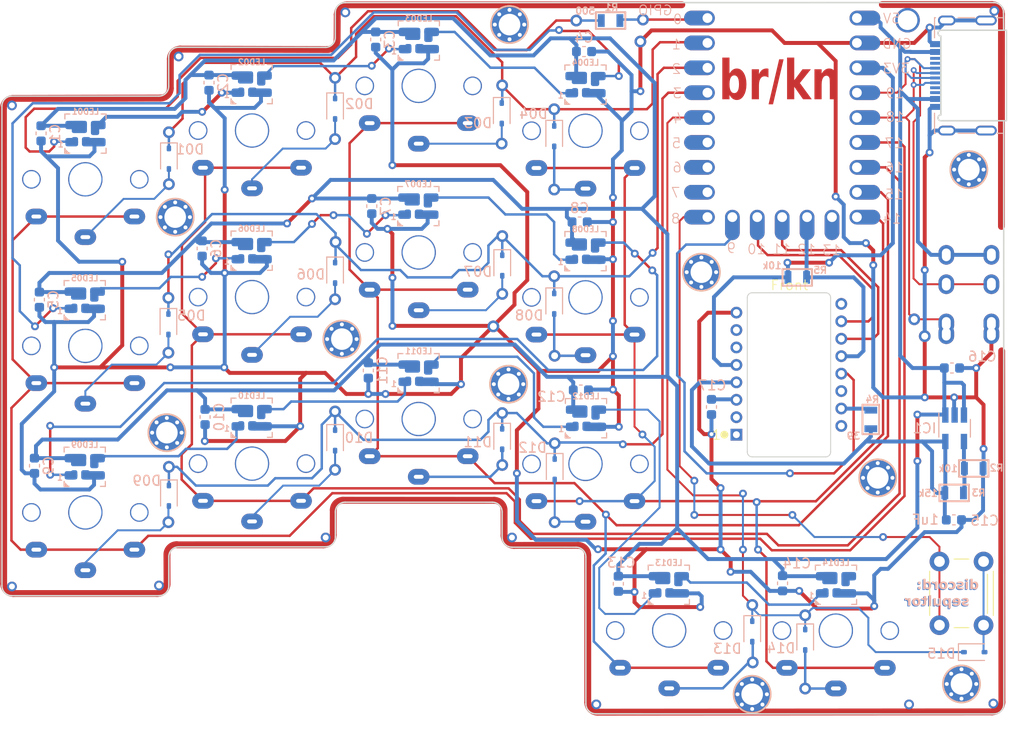
<source format=kicad_pcb>
(kicad_pcb (version 20240108) (generator "pcbnew") (generator_version "8.0")
  (title_block (title "pcb/cut-slope") (rev "v1.0.0") (company "Unknown"))
  (layers (0 "F.Cu" signal) (31 "B.Cu" signal) (34 "B.Paste" user) (35 "F.Paste" user) (36 "B.SilkS" user "B.Silkscreen") (37 "F.SilkS" user "F.Silkscreen") (38 "B.Mask" user) (39 "F.Mask" user) (44 "Edge.Cuts" user))
  (net 0 "")
  (net 1 "ROW0")
  (net 2 "ROW1")
  (net 3 "ROW2")
  (net 4 "COL0")
  (net 5 "COL1")
  (net 6 "COL2")
  (net 7 "COL3")
  (net 8 "Net-(D11-Pad2)")
  (net 9 "Net-(D12-Pad2)")
  (net 10 "ROW3")
  (net 11 "Net-(D01-Pad2)")
  (net 12 "Net-(D02-Pad2)")
  (net 13 "Net-(D03-Pad2)")
  (net 14 "Net-(D04-Pad2)")
  (net 15 "Net-(D05-Pad2)")
  (net 16 "Net-(D06-Pad2)")
  (net 17 "Net-(D07-Pad2)")
  (net 18 "Net-(D08-Pad2)")
  (net 19 "Net-(D09-Pad2)")
  (net 20 "Net-(D10-Pad2)")
  (net 21 "Net-(D13-Pad2)")
  (net 22 "Net-(D14-Pad2)")
  (net 23 "GND")
  (net 24 "LED")
  (net 25 "Net-(LED10-DOUT)")
  (net 26 "Net-(LED11-DOUT)")
  (net 27 "Net-(LED13-DOUT)")
  (net 30 "Net-(LED01-DIN)")
  (net 31 "Net-(LED12-DOUT)")
  (net 33 "Net-(LED01-DOUT)")
  (net 34 "Net-(LED02-DOUT)")
  (net 35 "Net-(LED03-DOUT)")
  (net 36 "Net-(LED04-DOUT)")
  (net 37 "Net-(LED05-DOUT)")
  (net 38 "Net-(LED06-DOUT)")
  (net 39 "Net-(LED07-DOUT)")
  (net 40 "Net-(LED08-DOUT)")
  (net 41 "Net-(LED09-DOUT)")
  (net 42 "5V")
  (net 43 "2V")
  (net 44 "Net-(U3-VDDPIX)")
  (net 45 "Net-(IC1-ADJ)")
  (net 46 "Net-(U3-LED_P)")
  (net 47 "MISO")
  (net 48 "3V3")
  (net 55 "NCS")
  (net 56 "MOSI")
  (net 58 "SCK")
  (net 60 "RX")
  (net 61 "TX")
  (net 67 "Net-(D15-Pad2)")
  (net 68 "COL4")
  (footprint "miketronic_fplib:MB_MountingHole_2.2mm_M2_Pad_Via" (layer "F.Cu") (at 261 61.75)
    (property "Reference" "REF**" (hide yes))
    (property "Value" "M2_Pad" (hide yes))
  )
  (footprint "miketronic_fplib:MB_MountingHole_2.2mm_M2_Pad_Via" (layer "F.Cu") (at 179.2 88.6)
    (property "Reference" "REF**" (hide yes))
    (property "Value" "M2_Pad")
  )
  (footprint "miketronic_fplib:MB_KailhChoc-1U_rev_17mm_oval" (layer "F.Cu") (at 246.73581 111.502659)
    (property "Reference" "SW14")
    (property "Value" "SW")
  )
  (footprint "miketronic_fplib:MB_VIA-.6mm" (layer "F.Cu") (at 214.4 99.3)
    (property "Reference" "REF**" (hide yes))
    (property "Value" "MB_VIA-.6mm" (hide yes))
  )
  (footprint "miketronic_fplib:MB_MountingHole_2.2mm_M2_Pad_Via" (layer "F.Cu") (at 238.9 115.3)
    (property "Reference" "REF**" (hide yes))
    (property "Value" "M2_Pad")
  )
  (footprint "" (layer "F.Cu") (at 227.758564 46.435769)
    (property "Reference" "")
    (property "Value" "")
  )
  (footprint "miketronic_fplib:MB_KailhChoc-1U_rev_17mm_oval" (layer "F.Cu") (at 170.186692 82.440283)
    (property "Reference" "SW05")
    (property "Value" "SW")
  )
  (footprint "" (layer "F.Cu") (at 218.708564 55.585769 15)
    (property "Reference" "")
    (property "Value" "")
  )
  (footprint "" (layer "F.Cu") (at 238.958564 112.05 15)
    (property "Reference" "")
    (property "Value" "")
  )
  (footprint "miketronic_fplib:MB_VIA-.6mm" (layer "F.Cu") (at 163.4 55.2)
    (property "Reference" "REF**" (hide yes))
    (property "Value" "MB_VIA-.6mm" (hide yes))
  )
  (footprint "" (layer "F.Cu") (at 196.358564 52.385769 15)
    (property "Reference" "")
    (property "Value" "")
  )
  (footprint "miketronic_fplib:MB_VIA-.6mm" (layer "F.Cu") (at 254.9 116.335769)
    (property "Reference" "REF**" (hide yes))
    (property "Value" "MB_VIA-.6mm" (hide yes))
  )
  (footprint "" (layer "F.Cu") (at 218.758564 89.685769 15)
    (property "Reference" "")
    (property "Value" "")
  )
  (footprint "" (layer "F.Cu") (at 218.708564 63.785769 15)
    (property "Reference" "")
    (property "Value" "")
  )
  (footprint "" (layer "F.Cu") (at 179.358564 97.735769 15)
    (property "Reference" "")
    (property "Value" "")
  )
  (footprint "" (layer "F.Cu") (at 213.408564 91.9 15)
    (property "Reference" "")
    (property "Value" "")
  )
  (footprint "" (layer "F.Cu") (at 255.43 77.03)
    (property "Reference" "")
    (property "Value" "")
  )
  (footprint "" (layer "F.Cu") (at 244.308564 114.715769 15)
    (property "Reference" "")
    (property "Value" "")
  )
  (footprint "miketronic_fplib:MB_VIA-.6mm" (layer "F.Cu") (at 195.4 99.3)
    (property "Reference" "REF**" (hide yes))
    (property "Value" "MB_VIA-.6mm" (hide yes))
  )
  (footprint "" (layer "F.Cu") (at 212.5 77.75 15)
    (property "Reference" "")
    (property "Value" "")
  )
  (footprint "miketronic_fplib:MB_VIA-.6mm" (layer "F.Cu") (at 223 116.335769)
    (property "Reference" "REF**" (hide yes))
    (property "Value" "MB_VIA-.6mm" (hide yes))
  )
  (footprint "" (layer "F.Cu") (at 179.358564 80.435769 15)
    (property "Reference" "")
    (property "Value" "")
  )
  (footprint "miketronic_fplib:MB_VIA-.6mm" (layer "F.Cu") (at 163.4 104.3)
    (property "Reference" "REF**" (hide yes))
    (property "Value" "MB_VIA-.6mm" (hide yes))
  )
  (footprint "" (layer "F.Cu") (at 218.708564 72.635769 15)
    (property "Reference" "")
    (property "Value" "")
  )
  (footprint "" (layer "F.Cu") (at 213.408564 68.535769 15)
    (property "Reference" "")
    (property "Value" "")
  )
  (footprint "miketronic_fplib:MB_KailhChoc-1U_rev_17mm_oval" (layer "F.Cu") (at 204.187225 72.903948)
    (property "Reference" "SW07")
    (property "Value" "SW")
  )
  (footprint "miketronic_fplib:MB_MountingHole_2.2mm_M2_Pad_Via" (layer "F.Cu") (at 260.25 114.25)
    (property "Reference" "REF**" (hide yes))
    (property "Value" "M2_Pad" (hide yes))
  )
  (footprint "miketronic_fplib:MB_KailhChoc-1U_rev_17mm_oval" (layer "F.Cu") (at 204.187224 55.903948)
    (property "Reference" "SW03")
    (property "Value" "SW")
  )
  (footprint "miketronic_fplib:MB_KailhChoc-1U_rev_17mm_oval" (layer "F.Cu") (at 187.18693 77.459163)
    (property "Reference" "SW06")
    (property "Value" "SW")
  )
  (footprint "miketronic_fplib:MB_MountingHole_2.2mm_M2_Pad_Via" (layer "F.Cu") (at 214.05 83.65)
    (property "Reference" "REF**" (hide yes))
    (property "Value" "M2_Pad")
  )
  (footprint "miketronic_fplib:MB_KailhChoc-1U_rev_17mm_oval" (layer "F.Cu") (at 187.186931 94.459164)
    (property "Reference" "SW10")
    (property "Value" "SW")
  )
  (footprint "miketronic_fplib:MB_TRRS-PJ-320A" (layer "F.Cu") (at 261 67.25)
    (property "Reference" "U2" (hide yes))
    (property "Value" "TRRS" (hide yes))
  )
  (footprint "miketronic_fplib:MB_6x6_SW" (layer "F.Cu") (at 262.5 101.75 -90)
    (property "Reference" "SW15" (hide yes))
    (property "Value" "SW" (hide yes))
  )
  (footprint "" (layer "F.Cu") (at 179.408564 92.085769 15)
    (property "Reference" "")
    (property "Value" "")
  )
  (footprint "miketronic_fplib:MB_VIA-.6mm" (layer "F.Cu") (at 197.4 45.7)
    (property "Reference" "REF**" (hide yes))
    (property "Value" "MB_VIA-.6mm" (hide yes))
  )
  (footprint "miketronic_fplib:MB_KailhChoc-1U_rev_17mm_oval" (layer "F.Cu") (at 170.186693 99.440284)
    (property "Reference" "SW09")
    (property "Value" "SW")
  )
  (footprint "miketronic_fplib:MB_MountingHole_M2" (layer "F.Cu") (at 254.75 46.5)
    (property "Reference" "REF**" (hide yes))
    (property "Value" "MB_MountingHole_M2" (hide yes))
  )
  (footprint "miketronic_fplib:MB_MountingHole_2.2mm_M2_Pad_Via" (layer "F.Cu") (at 214.15 46.95)
    (property "Reference" "REF**" (hide yes))
    (property "Value" "M2_Pad")
  )
  (footprint "" (layer "F.Cu") (at 196.358564 92.385769 15)
    (property "Reference" "")
    (property "Value" "")
  )
  (footprint "miketronic_fplib:MB_VIA-.6mm" (layer "F.Cu") (at 263.5 116.25)
    (property "Reference" "REF**" (hide yes))
    (property "Value" "MB_VIA-.6mm" (hide yes))
  )
  (footprint "" (layer "F.Cu") (at 196.358564 58.635769 15)
    (property "Reference" "")
    (property "Value" "")
  )
  (footprint "" (layer "F.Cu") (at 218.75 80.75 15)
    (property "Reference" "")
    (property "Value" "")
  )
  (footprint "miketronic_fplib:MB_KailhChoc-1U_rev_17mm_oval" (layer "F.Cu") (at 229.735575 111.494157)
    (property "Reference" "SW13")
    (property "Value" "SW")
  )
  (footprint "" (layer "F.Cu") (at 179.358564 74.835769 15)
    (property "Reference" "")
    (property "Value" "")
  )
  (footprint "miketronic_fplib:MB_PMW3360" (layer "F.Cu") (at 242.82 84.1)
    (property "Reference" "U3" (hide yes))
    (property "Value" "PMW3360DM-T2QU" (hide yes))
    (fp_line (start -4.417194 6.470001) (end -4.417194 -9.279999) (stroke (width 0.1)) (layer "Edge.Cuts"))
    (fp_line (start -3.917194 -9.779999) (end 3.582806 -9.779999) (stroke (width 0.1)) (layer "Edge.Cuts"))
    (fp_line (start -3.917194 6.970001) (end 3.582806 6.970001) (stroke (width 0.1)) (layer "Edge.Cuts"))
    (fp_line (start 4.082806 -9.279999) (end 4.082806 6.470001) (stroke (width 0.1)) (layer "Edge.Cuts"))
    (fp_arc (start -4.417194 -9.279999) (mid -4.270747 -9.633552) (end -3.917194 -9.779999) (stroke (width 0.1)) (layer "Edge.Cuts"))
    (fp_arc (start -3.917194 6.970001) (mid -4.270751 6.823558) (end -4.417194 6.470001) (stroke (width 0.1)) (layer "Edge.Cuts"))
    (fp_arc (start 3.582806 -9.779999) (mid 3.936344 -9.633536) (end 4.082806 -9.279999) (stroke (width 0.1)) (layer "Edge.Cuts"))
    (fp_arc (start 4.082806 6.470001) (mid 3.936359 6.823556) (end 3.582806 6.970001) (stroke (width 0.1)) (layer "Edge.Cuts"))
  )
  (footprint "miketronic_fplib:MB_KailhChoc-1U_rev_17mm_oval" (layer "F.Cu") (at 221.199777 94.487819)
    (property "Reference" "SW12")
    (property "Value" "SW")
  )
  (footprint "miketronic_fplib:MB_KailhChoc-1U_rev_17mm_oval" (layer "F.Cu") (at 221.199777 77.487819)
    (property "Reference" "SW08")
    (property "Value" "SW")
  )
  (footprint "" (layer "F.Cu") (at 256.5 78.75)
    (property "Reference" "")
    (property "Value" "")
  )
  (footprint "miketronic_fplib:MB_KailhChoc-1U_rev_17mm_oval" (layer "F.Cu") (at 204.187226 89.903949)
    (property "Reference" "SW11")
    (property "Value" "SW")
  )
  (footprint "" (layer "F.Cu") (at 213.4 53.15 15)
    (property "Reference" "")
    (property "Value" "")
  )
  (footprint "" (layer "F.Cu") (at 218.758564 97.735769 15)
    (property "Reference" "")
    (property "Value" "")
  )
  (footprint "miketronic_fplib:MB_VIA-.6mm" (layer "F.Cu") (at 263.6 45.55)
    (property "Reference" "REF**" (hide yes))
    (property "Value" "MB_VIA-.6mm" (hide yes))
  )
  (footprint "" (layer "F.Cu") (at 196.358564 74.985769 15)
    (property "Reference" "")
    (property "Value" "")
  )
  (footprint "" (layer "F.Cu") (at 220.958564 46.535769)
    (property "Reference" "")
    (property "Value" "")
  )
  (footprint "miketronic_fplib:MB_KailhChoc-1U_rev_17mm_oval" (layer "F.Cu") (at 187.186931 60.459164)
    (property "Reference" "SW02")
    (property "Value" "SW")
  )
  (footprint "" (layer "F.Cu") (at 213.35 59.1 15)
    (property "Reference" "")
    (property "Value" "")
  )
  (footprint "miketronic_fplib:MB_MountingHole_2.2mm_M2_Pad_Via" (layer "F.Cu") (at 180.05 66.6)
    (property "Reference" "REF**" (hide yes))
    (property "Value" "M2_Pad")
  )
  (footprint "" (layer "F.Cu") (at 196.358564 86.435769 15)
    (property "Reference" "")
    (property "Value" "")
  )
  (footprint "" (layer "F.Cu") (at 238.908564 106.185769 15)
    (property "Reference" "")
    (property "Value" "")
  )
  (footprint "" (layer "F.Cu") (at 213.408564 74.435769 15)
    (property "Reference" "")
    (property "Value" "")
  )
  (footprint "miketronic_fplib:MB_KailhChoc-1U_rev_17mm_oval" (layer "F.Cu") (at 221.199778 60.48782)
    (property "Reference" "SW04")
    (property "Value" "SW")
  )
  (footprint "miketronic_fplib:MB_VIA-.6mm" (layer "F.Cu") (at 180.4 50.2)
    (property "Reference" "REF**" (hide yes))
    (property "Value" "MB_VIA-.6mm" (hide yes))
  )
  (footprint "" (layer "F.Cu") (at 196.408564 69.135769 15)
    (property "Reference" "")
    (property "Value" "")
  )
  (footprint "" (layer "F.Cu") (at 179.408564 57.935769 15)
    (property "Reference" "")
    (property "Value" "")
  )
  (footprint "" (layer "F.Cu") (at 179.408564 63.235769 15)
    (property "Reference" "")
    (property "Value" "")
  )
  (footprint "" (layer "F.Cu") (at 213.4 86.6 15)
    (property "Reference" "")
    (property "Value" "")
  )
  (footprint "" (layer "F.Cu") (at 244.308564 107.235769 15)
    (property "Reference" "")
    (property "Value" "")
  )
  (footprint "miketronic_fplib:MB_VIA-.6mm" (layer "F.Cu") (at 178.4 104.2)
    (property "Reference" "REF**" (hide yes))
    (property "Value" "MB_VIA-.6mm" (hide yes))
  )
  (footprint "" (layer "F.Cu") (at 227.5 48.675)
    (property "Reference" "")
    (property "Value" "")
  )
  (footprint "miketronic_fplib:MB_KailhChoc-1U_rev_17mm_oval" (layer "F.Cu") (at 170.186692 65.440284)
    (property "Reference" "SW01")
    (property "Value" "SW")
  )
  (footprint "miketronic_fplib:MB_MountingHole_2.2mm_M2_Pad_Via" (layer "F.Cu") (at 197.05 79.05)
    (property "Reference" "REF**" (hide yes))
    (property "Value" "M2_Pad")
  )
  (footprint "Capacitor_SMD:C_0603_1608Metric" (layer "B.Cu") (at 182.8 69.8 90)
    (property "Reference" "C6")
    (property "Value" "1uF")
  )
  (footprint "Diode_SMD:D_SOD-323" (layer "B.Cu") (at 244.308564 109.735769 -90)
    (property "Reference" "D14")
    (property "Value" "D")
  )
  (footprint "Capacitor_SMD:C_0603_1608Metric" (layer "B.Cu") (at 183.5 52.875 90)
    (property "Reference" "C2")
    (property "Value" "1uF")
  )
  (footprint "Diode_SMD:D_SOD-323" (layer "B.Cu") (at 196.358564 72.285769 -90)
    (property "Reference" "D06")
    (property "Value" "D")
  )
  (footprint "Capacitor_SMD:C_0603_1608Metric" (layer "B.Cu") (at 200.5 48.475 90)
    (property "Reference" "C3")
    (property "Value" "1uF")
  )
  (footprint "Capacitor_SMD:C_0603_1608Metric" (layer "B.Cu") (at 225.25 104.025 90)
    (property "Reference" "C13")
    (property "Value" "1uF")
  )
  (footprint "Capacitor_SMD:C_0603_1608Metric" (layer "B.Cu") (at 221.75 49.7 180)
    (property "Reference" "C4")
    (property "Value" "1uF")
  )
  (footprint "Diode_SMD:D_SOD-323" (layer "B.Cu") (at 213.408564 71.535769 -90)
    (property "Reference" "D07")
    (property "Value" "D")
  )
  (footprint "Keebio-Parts:R_0805" (layer "B.Cu") (at 224.458564 46.535769 180)
    (property "Reference" "R1")
    (property "Value" "500")
  )
  (footprint "miketronic_fplib:MB_SK6812_Mini" (layer "B.Cu") (at 187.85 53.025 180)
    (property "Reference" "LED02")
    (property "Value" "SK6812MINI")
  )
  (footprint "Capacitor_SMD:C_0603_1608Metric" (layer "B.Cu") (at 242 103.975 90)
    (property "Reference" "C14")
    (property "Value" "1uF")
  )
  (footprint "miketronic_fplib:MB_SK6812_Mini" (layer "B.Cu") (at 170.825 92.08 180)
    (property "Reference" "LED09")
    (property "Value" "SK6812MINI")
  )
  (footprint "Package_TO_SOT_SMD:SOT-23-5_HandSoldering" (layer "B.Cu") (at 259.55 88.15 -90)
    (property "Reference" "IC1")
    (property "Value" "AP7335-WG-7" (hide yes))
  )
  (footprint "Diode_SMD:D_SOD-323" (layer "B.Cu") (at 238.908564 108.885769 -90)
    (property "Reference" "D13")
    (property "Value" "D")
  )
  (footprint "Capacitor_SMD:C_0603_1608Metric" (layer "B.Cu") (at 199.75 82.25 90)
    (property "Reference" "C11")
    (property "Value" "1uF")
  )
  (footprint "Diode_SMD:D_SOD-323" (layer "B.Cu") (at 218.708564 75.435769 -90)
    (property "Reference" "D08")
    (property "Value" "D")
  )
  (footprint "miketronic_fplib:MB_SK6812_Mini" (layer "B.Cu") (at 221.95 87.125 180)
    (property "Reference" "LED12")
    (property "Value" "SK6812MINI")
  )
  (footprint "Capacitor_SMD:C_0603_1608Metric" (layer "B.Cu") (at 166.2 75.025 90)
    (property "Reference" "C5")
    (property "Value" "1uF")
  )
  (footprint "Capacitor_SMD:C_0603_1608Metric" (layer "B.Cu") (at 259.275 82)
    (property "Reference" "C16")
    (property "Value" "1uF")
  )
  (footprint "miketronic_fplib:MB_rp2040-zero-001" (layer "B.Cu") (at 241.96 56.44 180)
    (property "Reference" "U1" (hide yes))
    (property "Value" "rp2040-zero" (hide yes))
  )
  (footprint "miketronic_fplib:MB_SK6812_Mini" (layer "B.Cu") (at 187.85 87.075 180)
    (property "Reference" "LED10")
    (property "Value" "SK6812MINI")
  )
  (footprint "Capacitor_SMD:C_0603_1608Metric" (layer "B.Cu") (at 166.37 58.05 90)
    (property "Reference" "C1")
    (property "Value" "1uF")
  )
  (footprint "miketronic_fplib:MB_SK6812_Mini" (layer "B.Cu") (at 221.9 53.075 180)
    (property "Reference" "LED04")
    (property "Value" "SK6812MINI")
  )
  (footprint "Keebio-Parts:R_0805" (layer "B.Cu") (at 243.5 72.75)
    (property "Reference" "R5")
    (property "Value" "10k")
  )
  (footprint "Keebio-Parts:R_0805" (layer "B.Cu") (at 259.5 94.75 180)
    (property "Reference" "R3")
    (property "Value" "15k")
  )
  (footprint "Capacitor_SMD:C_0603_1608Metric" (layer "B.Cu") (at 200.1 65.475 90)
    (property "Reference" "C7")
    (property "Value" "1uF")
  )
  (footprint "Diode_SMD:D_SOD-323" (layer "B.Cu") (at 218.708564 58.335769 -90)
    (property "Reference" "D04")
    (property "Value" "D")
  )
  (footprint "Capacitor_SMD:C_0603_1608Metric" (layer "B.Cu") (at 183.1 87 90)
    (property "Reference" "C10")
    (property "Value" "1uF")
  )
  (footprint "miketronic_fplib:MB_SK6812_Mini" (layer "B.Cu") (at 170.825 75.08 180)
    (property "Reference" "LED05")
    (property "Value" "SK6812MINI")
  )
  (footprint "Diode_SMD:D_SOD-323" (layer "B.Cu") (at 179.408564 60.635769 -90)
    (property "Reference" "D01")
    (property "Value" "D")
  )
  (footprint "Diode_SMD:D_SOD-323" (layer "B.Cu") (at 196.358564 89.385769 -90)
    (property "Reference" "D10")
    (property "Value" "D")
  )
  (footprint "miketronic_fplib:MB_SK6812_Mini" (layer "B.Cu") (at 187.85 70.025 180)
    (property "Reference" "LED06")
    (property "Value" "SK6812MINI")
  )
  (footprint "miketronic_fplib:MB_Molex-216990_USB_TYPE-C" (layer "B.Cu") (at 264.85 52.145 -90)
    (property "Reference" "J1")
    (property "Value" "USB_C")
    (fp_line (start -4.02 6.7) (end 4.02 6.7) (stroke (width 0.12)) (layer "Edge.Cuts"))
    (fp_line (start 4.62 6.7) (end 4.62 0) (stroke (width 0.12)) (layer "Edge.Cuts"))
    (fp_line (start -4.62 0) (end -4.62 6.7) (stroke (width 0.12)) (layer "Edge.Cuts"))
    (fp_line (start -4.62 0) (end 4.62 0) (stroke (width 0.12)) (layer "Edge.Cuts"))
    (fp_arc (start -4.02 6.7) (mid -4.32 7) (end -4.62 6.7) (stroke (width 0.12)) (layer "Edge.Cuts"))
    (fp_arc (start 4.62 6.7) (mid 4.32 7) (end 4.02 6.7) (stroke (width 0.12)) (layer "Edge.Cuts"))
  )
  (footprint "Keebio-Parts:R_0805" (layer "B.Cu") (at 251 87.25 90)
    (property "Reference" "R4")
    (property "Value" "39")
  )
  (footprint "miketronic_fplib:MB_SK6812_Mini" (layer "B.Cu") (at 204.85 65.475 180)
    (property "Reference" "LED07")
    (property "Value" "SK6812MINI")
  )
  (footprint "Keebio-Parts:R_0805" (layer "B.Cu") (at 261.5 92.25)
    (property "Reference" "R2")
    (property "Value" "10k")
  )
  (footprint "Diode_SMD:D_SOD-323" (layer "B.Cu") (at 179.358564 77.535769 -90)
    (property "Reference" "D05")
    (property "Value" "D")
  )
  (footprint "miketronic_fplib:MB_SK6812_Mini" (layer "B.Cu") (at 204.9 48.575 180)
    (property "Reference" "LED03")
    (property "Value" "SK6812MINI")
  )
  (footprint "Diode_SMD:D_SOD-323" (layer "B.Cu") (at 179.408564 95.035769 -90)
    (property "Reference" "D09")
    (property "Value" "D")
  )
  (footprint "Capacitor_SMD:C_0603_1608Metric" (layer "B.Cu") (at 259.475 97.5)
    (property "Reference" "C15")
    (property "Value" "1uF")
  )
  (footprint "miketronic_fplib:MB_SK6812_Mini" (layer "B.Cu") (at 221.9 70.075 180)
    (property "Reference" "LED08")
    (property "Value" "SK6812MINI")
  )
  (footprint "Diode_SMD:D_SOD-323" (layer "B.Cu") (at 261.55 111)
    (property "Reference" "D15")
    (property "Value" "D")
  )
  (footprint "miketronic_fplib:MB_SK6812_Mini" (layer "B.Cu") (at 204.875 82.53 180)
    (property "Reference" "LED11")
    (property "Value" "SK6812MINI")
  )
  (footprint "Diode_SMD:D_SOD-323" (layer "B.Cu") (at 218.758564 92.335769 -90)
    (property "Reference" "D12")
    (property "Value" "D")
  )
  (footprint "Capacitor_SMD:C_0603_1608Metric" (layer "B.Cu") (at 221.3 67.1 180)
    (property "Reference" "C8")
    (property "Value" "1uF")
  )
  (footprint "miketronic_fplib:MB_SK6812_Mini" (layer "B.Cu") (at 247.45 104.125 180)
    (property "Reference" "LED14")
    (property "Value" "SK6812MINI")
  )
  (footprint "miketronic_fplib:MB_SK6812_Mini" (layer "B.Cu") (at 230.4 104.125 180)
    (property "Reference" "LED13")
    (property "Value" "SK6812MINI")
  )
  (footprint "miketronic_fplib:MB_SK6812_Mini" (layer "B.Cu") (at 170.9 58.075 180)
    (property "Reference" "LED01")
    (property "Value" "SK6812MINI")
  )
  (footprint "Capacitor_SMD:C_0603_1608Metric" (layer "B.Cu") (at 234.75 85.975 -90)
    (property "Reference" "C17")
    (property "Value" "4.7uF")
  )
  (footprint "Diode_SMD:D_SOD-323" (layer "B.Cu") (at 213.4 89.25 -90)
    (property "Reference" "D11")
    (property "Value" "D")
  )
  (footprint "Diode_SMD:D_SOD-323" (layer "B.Cu") (at 196.358564 55.535769 -90)
    (property "Reference" "D02")
    (property "Value" "D")
  )
  (footprint "Capacitor_SMD:C_0603_1608Metric" (layer "B.Cu") (at 165.7 91.975 90)
    (property "Reference" "C9")
    (property "Value" "1uF")
  )
  (footprint "Capacitor_SMD:C_0603_1608Metric" (layer "B.Cu") (at 221.425 84.25 180)
    (property "Reference" "C12")
    (property "Value" "1uF")
  )
  (footprint "Diode_SMD:D_SOD-323" (layer "B.Cu") (at 213.358564 56 -90)
    (property "Reference" "D03")
    (property "Value" "D")
  )
  (gr_line (start 196.58095 45.934938) (end 196.56905 48.490062) (stroke (width 0.7)) (layer "F.Cu"))
  (gr_line (start 178.215131 105.019216) (end 163.559938 105.019049) (stroke (width 0.7)) (layer "F.Cu"))
  (gr_line (start 195.165136 100.044222) (end 180.228919 100.045845) (stroke (width 0.7)) (layer "F.Cu"))
  (gr_arc (start 263.325 44.9) (mid 264.034933 45.194055) (end 264.329155 45.903919) (stroke (width 0.7)) (layer "F.Cu"))
  (gr_line (start 214.604155 100.103919) (end 221.125 100.1) (stroke (width 0.7)) (layer "F.Cu"))
  (gr_arc (start 179.21905 104.015061) (mid 178.925 104.725) (end 178.215131 105.019216) (stroke (width 0.7)) (layer "F.Cu"))
  (gr_arc (start 179.205956 101.034944) (mid 179.5 100.325) (end 180.209875 100.030789) (stroke (width 0.7)) (layer "F.Cu"))
  (gr_arc (start 196.58095 45.934938) (mid 196.875 45.225) (end 197.584869 44.930782) (stroke (width 0.7)) (layer "F.Cu"))
  (gr_arc (start 163.559938 105.019049) (mid 162.85 104.725) (end 162.555783 104.01513) (stroke (width 0.7)) (layer "F.Cu"))
  (gr_line (start 178.55 54.45) (end 163.534869 54.480782) (stroke (width 0.7)) (layer "F.Cu"))
  (gr_line (start 162.555783 104.01513) (end 162.53095 55.484938) (stroke (width 0.7)) (layer "F.Cu"))
  (gr_line (start 263.365136 117.094222) (end 223.134933 117.125) (stroke (width 0.7)) (layer "F.Cu"))
  (gr_arc (start 179.55595 50.459938) (mid 179.85 49.75) (end 180.559869 49.455782) (stroke (width 0.7)) (layer "F.Cu"))
  (gr_line (start 179.55595 50.459938) (end 179.553919 53.445844) (stroke (width 0.7)) (layer "F.Cu"))
  (gr_line (start 197.178919 95.495845) (end 212.590067 95.505945) (stroke (width 0.7)) (layer "F.Cu"))
  (gr_arc (start 214.604155 100.103919) (mid 213.894216 99.809869) (end 213.6 99.1) (stroke (width 0.7)) (layer "F.Cu"))
  (gr_arc (start 221.125 100.1) (mid 221.834939 100.39405) (end 222.129155 101.103919) (stroke (width 0.7)) (layer "F.Cu"))
  (gr_arc (start 162.53095 55.484938) (mid 162.825 54.775) (end 163.534869 54.480782) (stroke (width 0.7)) (layer "F.Cu"))
  (gr_line (start 195.565131 49.494218) (end 180.559869 49.455782) (stroke (width 0.7)) (layer "F.Cu"))
  (gr_line (start 197.584869 44.930782) (end 231.725 44.925) (stroke (width 0.7)) (layer "F.Cu"))
  (gr_line (start 264.35 80.25) (end 264.369055 116.090067) (stroke (width 0.7)) (layer "F.Cu"))
  (gr_arc (start 212.590067 95.505945) (mid 213.3 95.8) (end 213.594222 96.509864) (stroke (width 0.7)) (layer "F.Cu"))
  (gr_arc (start 196.175 96.5) (mid 196.469055 95.790067) (end 197.178919 95.495845) (stroke (width 0.7)) (layer "F.Cu"))
  (gr_line (start 264.329155 45.903919) (end 264.325 67.55) (stroke (width 0.7)) (layer "F.Cu"))
  (gr_line (start 213.594222 96.509864) (end 213.6 99.1) (stroke (width 0.7)) (layer "F.Cu"))
  (gr_arc (start 223.134933 117.125) (mid 222.425 116.830945) (end 222.130778 116.121081) (stroke (width 0.7)) (layer "F.Cu"))
  (gr_arc (start 264.369055 116.090067) (mid 264.075 116.8) (end 263.365136 117.094222) (stroke (width 0.7)) (layer "F.Cu"))
  (gr_line (start 252.175 44.9) (end 263.325 44.9) (stroke (width 0.7)) (layer "F.Cu"))
  (gr_arc (start 196.169055 99.040067) (mid 195.875 99.75) (end 195.165136 100.044222) (stroke (width 0.7)) (layer "F.Cu"))
  (gr_arc (start 179.553919 53.445844) (mid 179.259869 54.155782) (end 178.55 54.45) (stroke (width 0.7)) (layer "F.Cu"))
  (gr_line (start 179.21905 104.015061) (end 179.205956 101.034944) (stroke (width 0.7)) (layer "F.Cu"))
  (gr_arc (start 196.56905 48.490062) (mid 196.275 49.2) (end 195.565131 49.494218) (stroke (width 0.7)) (layer "F.Cu"))
  (gr_line (start 196.175 96.5) (end 196.169055 99.040067) (stroke (width 0.7)) (layer "F.Cu"))
  (gr_line (start 222.129155 101.103919) (end 222.130778 116.121081) (stroke (width 0.7)) (layer "F.Cu"))
  (gr_arc (start 196.378455 45.712581) (mid 196.672509 45.002637) (end 197.382374 44.708426) (stroke (width 0.15)) (layer "Edge.Cuts"))
  (gr_arc (start 179.396276 101.260537) (mid 179.690333 100.550599) (end 180.400195 100.256382) (stroke (width 0.15)) (layer "Edge.Cuts"))
  (gr_arc (start 179.396618 104.236864) (mid 179.102571 104.946799) (end 178.392699 105.24102) (stroke (width 0.15)) (layer "Edge.Cuts"))
  (gr_line (start 162.381899 104.238837) (end 162.375839 55.252711) (stroke (width 0.15)) (layer "Edge.Cuts"))
  (gr_arc (start 220.93584 100.29128) (mid 221.645811 100.585315) (end 221.939995 101.295199) (stroke (width 0.15)) (layer "Edge.Cuts"))
  (gr_arc (start 212.39573 95.697309) (mid 213.105694 95.991346) (end 213.399885 96.701229) (stroke (width 0.15)) (layer "Edge.Cuts"))
  (gr_line (start 221.941196 116.291669) (end 221.939995 101.295199) (stroke (width 0.15)) (layer "Edge.Cuts"))
  (gr_line (start 220.93584 100.29128) (end 214.40215 100.287184) (stroke (width 0.15)) (layer "Edge.Cuts"))
  (gr_line (start 179.386995 53.247288) (end 179.384635 50.265578) (stroke (width 0.15)) (layer "Edge.Cuts"))
  (gr_arc (start 196.379411 48.269237) (mid 196.085367 48.979178) (end 195.375492 49.273393) (stroke (width 0.15)) (layer "Edge.Cuts"))
  (gr_arc (start 179.386995 53.247288) (mid 179.092939 53.95723) (end 178.383075 54.251444) (stroke (width 0.15)) (layer "Edge.Cuts"))
  (gr_line (start 195.383659 100.253863) (end 180.400195 100.256382) (stroke (width 0.15)) (layer "Edge.Cuts"))
  (gr_line (start 258.15 48.125) (end 258.15 56.165) (stroke (width 0.15)) (layer "Edge.Cuts"))
  (gr_arc (start 264.564176 116.30287) (mid 264.27014 117.01283) (end 263.560257 117.307025) (stroke (width 0.15)) (layer "Edge.Cuts"))
  (gr_line (start 179.396618 104.236864) (end 179.396276 101.260537) (stroke (width 0.15)) (layer "Edge.Cuts"))
  (gr_arc (start 222.945351 117.295588) (mid 222.23545 117.00152) (end 221.941196 116.291669) (stroke (width 0.15)) (layer "Edge.Cuts"))
  (gr_arc (start 179.384635 50.265578) (mid 179.678682 49.555631) (end 180.388554 49.261423) (stroke (width 0.15)) (layer "Edge.Cuts"))
  (gr_arc (start 263.53 44.7) (mid 264.239925 44.994044) (end 264.534155 45.703919) (stroke (width 0.15)) (layer "Edge.Cuts"))
  (gr_line (start 195.375492 49.273393) (end 180.388554 49.261423) (stroke (width 0.15)) (layer "Edge.Cuts"))
  (gr_line (start 196.387578 99.249708) (end 196.385617 96.70308) (stroke (width 0.15)) (layer "Edge.Cuts"))
  (gr_arc (start 196.384731 96.698251) (mid 196.678785 95.988307) (end 197.38865 95.694096) (stroke (width 0.15)) (layer "Edge.Cuts"))
  (gr_line (start 197.382374 44.708426) (end 263.53 44.7) (stroke (width 0.15)) (layer "Edge.Cuts"))
  (gr_line (start 178.392699 105.24102) (end 163.386054 105.242756) (stroke (width 0.15)) (layer "Edge.Cuts"))
  (gr_line (start 264.564176 116.30287) (end 264.55 56.765) (stroke (width 0.15)) (layer "Edge.Cuts"))
  (gr_arc (start 162.375839 55.252711) (mid 162.669886 54.542763) (end 163.379758 54.248555) (stroke (width 0.15)) (layer "Edge.Cuts"))
  (gr_line (start 264.55 47.525) (end 258.15 47.525) (stroke (width 0.15)) (layer "Edge.Cuts"))
  (gr_arc (start 258.15 48.125) (mid 257.85 47.825) (end 258.15 47.525) (stroke (width 0.15)) (layer "Edge.Cuts"))
  (gr_arc (start 163.386054 105.242756) (mid 162.676093 104.948712) (end 162.381899 104.238837) (stroke (width 0.15)) (layer "Edge.Cuts"))
  (gr_line (start 212.39573 95.697309) (end 197.38865 95.694096) (stroke (width 0.15)) (layer "Edge.Cuts"))
  (gr_arc (start 214.40215 100.287184) (mid 213.692249 99.993116) (end 213.397995 99.283265) (stroke (width 0.15)) (layer "Edge.Cuts"))
  (gr_line (start 264.534155 45.703919) (end 264.55 47.525) (stroke (width 0.15)) (layer "Edge.Cuts"))
  (gr_line (start 196.379411 48.269237) (end 196.378455 45.712581) (stroke (width 0.15)) (layer "Edge.Cuts"))
  (gr_line (start 163.379758 54.248555) (end 178.383075 54.251444) (stroke (width 0.15)) (layer "Edge.Cuts"))
  (gr_line (start 263.560257 117.307025) (end 222.945351 117.295588) (stroke (width 0.15)) (layer "Edge.Cuts"))
  (gr_arc (start 196.387578 99.249708) (mid 196.093523 99.95965) (end 195.383659 100.253863) (stroke (width 0.15)) (layer "Edge.Cuts"))
  (gr_line (start 213.397995 99.283265) (end 213.399885 96.701229) (stroke (width 0.15)) (layer "Edge.Cuts"))
  (gr_line (start 258.15 56.765) (end 264.55 56.765) (stroke (width 0.15)) (layer "Edge.Cuts"))
  (gr_arc (start 258.15 56.765) (mid 257.85 56.465) (end 258.15 56.165) (stroke (width 0.15)) (layer "Edge.Cuts"))
  (gr_text "br/kn" (at 235.5 55.25 0) (layer "F.Cu") (effects (font (size 4 3) (thickness 0.75) (bold yes)) (justify left bottom)))
  (gr_text "discord: \n  sepultor" (at 261.95 106.5 0) (layer "B.Cu") (effects (font (size 1 1) (thickness 0.2) (bold yes)) (justify left bottom mirror)))
  (gr_text "discord: \n  sepultor" (at 262.025 106.425 0) (layer "B.SilkS") (effects (font (size 1 1) (thickness 0.2) (bold yes)) (justify left bottom mirror)))
  (segment (start 215.785769 55.585769) (end 218.708564 55.585769) (width 0.25) (layer "F.Cu") (net 1))
  (segment (start 229.5 48.75) (end 234.27 48.75) (width 0.25) (layer "F.Cu") (net 1))
  (segment (start 180.8 56.544333) (end 180.8 53) (width 0.25) (layer "F.Cu") (net 1))
  (segment (start 198.5 50.25) (end 198.5 47.9) (width 0.25) (layer "F.Cu") (net 1))
  (segment (start 213.4 53.2) (end 215.785769 55.585769) (width 0.25) (layer "F.Cu") (net 1))
  (segment (start 218.708564 55.585769) (end 228.158564 55.585769) (width 0.25) (layer "F.Cu") (net 1))
  (segment (start 228.75 54.994333) (end 228.75 49.5) (width 0.25) (layer "F.Cu") (net 1))
  (segment (start 213.4 50.8) (end 213.4 53.15) (width 0.25) (layer "F.Cu") (net 1))
  (segment (start 228.158564 55.585769) (end 228.75 54.994333) (width 0.25) (layer "F.Cu") (net 1))
  (segment (start 196.364231 52.385769) (end 198.5 50.25) (width 0.25) (layer "F.Cu") (net 1))
  (segment (start 196.358564 52.385769) (end 196.364231 52.385769) (width 0.25) (layer "F.Cu") (net 1))
  (segment (start 198.5 47.9) (end 200.314231 46.085769) (width 0.25) (layer "F.Cu") (net 1))
  (segment (start 182.95 50.85) (end 194.822795 50.85) (width 0.25) (layer "F.Cu") (net 1))
  (segment (start 228.75 49.5) (end 229.5 48.75) (width 0.25) (layer "F.Cu") (net 1))
  (segment (start 180.8 53) (end 182.95 50.85) (width 0.25) (layer "F.Cu") (net 1))
  (segment (start 200.314231 46.085769) (end 208.685769 46.085769) (width 0.25) (layer "F.Cu") (net 1))
  (segment (start 179.408564 57.935769) (end 180.8 56.544333) (width 0.25) (layer "F.Cu") (net 1))
  (segment (start 194.822795 50.85) (end 196.358564 52.385769) (width 0.25) (layer "F.Cu") (net 1))
  (segment (start 234.27 48.75) (end 234.34 48.82) (width 0.25) (layer "F.Cu") (net 1))
  (segment (start 213.4 53.15) (end 213.4 53.2) (width 0.25) (layer "F.Cu") (net 1))
  (segment (start 208.685769 46.085769) (end 213.4 50.8) (width 0.25) (layer "F.Cu") (net 1))
  (segment (start 213.408564 54.9) (end 213.358564 54.95) (width 0.25) (layer "B.Cu") (net 1))
  (segment (start 179.408564 57.935769) (end 179.408564 59.585769) (width 0.25) (layer "B.Cu") (net 1))
  (segment (start 196.358564 54.485769) (end 196.358564 52.385769) (width 0.25) (layer "B.Cu") (net 1))
  (segment (start 213.4 53.15) (end 213.408564 53.158564) (width 0.25) (layer "B.Cu") (net 1))
  (segment (start 218.708564 57.235769) (end 218.708564 55.585769) (width 0.25) (layer "B.Cu") (net 1))
  (segment (start 213.408564 53.158564) (end 213.408564 54.9) (width 0.25) (layer "B.Cu") (net 1))
  (segment (start 229.89 51.36) (end 234.34 51.36) (width 0.25) (layer "F.Cu") (net 2))
  (segment (start 229.25 69.75) (end 229.25 52) (width 0.25) (layer "F.Cu") (net 2))
  (segment (start 179.358564 70.4) (end 179.358564 74.835769) (width 0.25) (layer "F.Cu") (net 2))
  (segment (start 229.25 52) (end 229.89 51.36) (width 0.25) (layer "F.Cu") (net 2))
  (segment (start 228.75 70.25) (end 229.25 69.75) (width 0.25) (layer "F.Cu") (net 2))
  (via (at 228.75 70.25) (size 0.8) (drill 0.4) (layers "F.Cu" "B.Cu") (net 2))
  (via (at 179.358564 70.4) (size 0.8) (drill 0.4) (layers "F.Cu" "B.Cu") (net 2))
  (segment (start 212 69.5) (end 212.964231 68.535769) (width 0.25) (layer "B.Cu") (net 2))
  (segment (start 209 72) (end 211.25 72) (width 0.25) (layer "B.Cu") (net 2))
  (segment (start 217.510769 72.635769) (end 218.708564 72.635769) (width 0.25) (layer "B.Cu") (net 2))
  (segment (start 228.75 70.25) (end 226.364231 72.635769) (width 0.25) (layer "B.Cu") (net 2))
  (segment (start 183.814231 66.285769) (end 194.458564 66.285769) (width 0.25) (layer "B.Cu") (net 2))
  (segment (start 213.410769 68.535769) (end 217.510769 72.635769) (width 0.25) (layer "B.Cu") (net 2))
  (segment (start 226.364231 72.635769) (end 218.708564 72.635769) (width 0.25) (layer "B.Cu") (net 2))
  (segment (start 212.964231 68.535769) (end 213.408564 68.535769) (width 0.25) (layer "B.Cu") (net 2))
  (segment (start 196.408564 68.235769) (end 196.408564 69.135769) (width 0.25) (layer "B.Cu") (net 2))
  (segment (start 199 72) (end 203 72) (width 0.25) (layer "B.Cu") (net 2))
  (segment (start 218.708564 74.385769) (end 218.708564 72.635769) (width 0.25) (layer "B.Cu") (net 2))
  (segment (start 196.408564 69.135769) (end 196.408564 69.408564) (width 0.25) (layer "B.Cu") (net 2))
  (segment (start 203.75 72.75) (end 208.25 72.75) (width 0.25) (layer "B.Cu") (net 2))
  (segment (start 194.458564 66.285769) (end 196.408564 68.235769) (width 0.25) (layer "B.Cu") (net 2))
  (segment (start 213.408564 68.535769) (end 213.410769 68.535769) (width 0.25) (layer "B.Cu") (net 2))
  (segment (start 196.358564 71.235769) (end 196.408564 71.185769) (width 0.25) (layer "B.Cu") (net 2))
  (segment (start 196.408564 69.408564) (end 199 72) (width 0.25) (layer "B.Cu") (net 2))
  (segment (start 213.408564 70.485769) (end 213.408564 68.535769) (width 0.25) (layer "B.Cu") (net 2))
  (segment (start 179.7 70.4) (end 183.814231 66.285769) (width 0.25) (layer "B.Cu") (net 2))
  (segment (start 211.25 72) (end 212 71.25) (width 0.25) (layer "B.Cu") (net 2))
  (segment (start 196.408564 71.185769) (end 196.408564 69.135769) (width 0.25) (layer "B.Cu") (net 2))
  (segment (start 212 71.25) (end 212 69.5) (width 0.25) (layer "B.Cu") (net 2))
  (segment (start 208.25 72.75) (end 209 72) (width 0.25) (layer "B.Cu") (net 2))
  (segment (start 179.358564 70.4) (end 179.7 70.4) (width 0.25) (layer "B.Cu") (net 2))
  (segment (start 179.358564 76.485769) (end 179.358564 74.835769) (width 0.25) (layer "B.Cu") (net 2))
  (segment (start 203 72) (end 203.75 72.75) (width 0.25) (layer "B.Cu") (net 2))
  (segment (start 229.75 54.5) (end 230.35 53.9) (width 0.25) (layer "F.Cu") (net 3))
  (segment (start 229.75 88.744333) (end 229.75 54.5) (width 0.25) (layer "F.Cu") (net 3))
  (segment (start 228.708564 89.785769) (end 229.75 88.744333) (width 0.25) (layer "F.Cu") (net 3))
  (segment (start 225.708564 89.785769) (end 228.708564 89.785769) (width 0.25) (layer "F.Cu") (net 3))
  (segment (start 230.35 53.9) (end 234.34 53.9) (width 0.25) (layer "F.Cu") (net 3))
  (via (at 225.708564 89.785769) (size 0.8) (drill 0.4) (layers "F.Cu" "B.Cu") (net 3))
  (segment (start 190.25 93.25) (end 194.009964 93.25) (width 0.25) (layer "B.Cu") (net 3))
  (segment (start 214.9 86.6) (end 217.985769 89.685769) (width 0.25) (layer "B.Cu") (net 3))
  (segment (start 218.844333 89.6) (end 225.522795 89.6) (width 0.25) (layer "B.Cu") (net 3))
  (segment (start 195 87.794333) (end 196.358564 86.435769) (width 0.25) (layer "B.Cu") (net 3))
  (segment (start 213.4 86.6) (end 213.4 88.2) (width 0.25) (layer "B.Cu") (net 3))
  (segment (start 199.251744 89.328949) (end 211.171051 89.328949) (width 0.25) (layer "B.Cu") (net 3))
  (segment (start 196.358564 88.335769) (end 196.358564 86.435769) (width 0.25) (layer "B.Cu") (net 3))
  (segment (start 218.758564 89.685769) (end 218.844333 89.6) (width 0.25) (layer "B.Cu") (net 3))
  (segment (start 179.408564 92.085769) (end 180.247166 92.085769) (width 0.25) (layer "B.Cu") (net 3))
  (segment (start 212 87.3) (end 212.7 86.6) (width 0.25) (layer "B.Cu") (net 3))
  (segment (start 211.171051 89.328949) (end 212 88.5) (width 0.25) (layer "B.Cu") (net 3))
  (segment (start 194.009964 93.25) (end 195 92.259964) (width 0.25) (layer "B.Cu") (net 3))
  (segment (start 225.522795 89.6) (end 225.708564 89.785769) (width 0.25) (layer "B.Cu") (net 3))
  (segment (start 217.985769 89.685769) (end 218.758564 89.685769) (width 0.25) (layer "B.Cu") (net 3))
  (segment (start 196.358564 86.435769) (end 199.251744 89.328949) (width 0.25) (layer "B.Cu") (net 3))
  (segment (start 218.758564 91.285769) (end 218.758564 89.685769) (width 0.25) (layer "B.Cu") (net 3))
  (segment (start 212 88.5) (end 212 87.3) (width 0.25) (layer "B.Cu") (net 3))
  (segment (start 195 92.259964) (end 195 87.794333) (width 0.25) (layer "B.Cu") (net 3))
  (segment (start 189.5 94) (end 190.25 93.25) (width 0.25) (layer "B.Cu") (net 3))
  (segment (start 182.161397 94) (end 189.5 94) (width 0.25) (layer "B.Cu") (net 3))
  (segment (start 213.4 86.6) (end 214.9 86.6) (width 0.25) (layer "B.Cu") (net 3))
  (segment (start 212.7 86.6) (end 213.4 86.6) (width 0.25) (layer "B.Cu") (net 3))
  (segment (start 179.408564 93.985769) (end 179.408564 92.085769) (width 0.25) (layer "B.Cu") (net 3))
  (segment (start 180.247166 92.085769) (end 182.161397 94) (width 0.25) (layer "B.Cu") (net 3))
  (segment (start 254.433564 95.066436) (end 254.433564 59.433564) (width 0.25) (layer "F.Cu") (net 4))
  (segment (start 165.886692 83.540283) (end 175.886692 83.540283) (width 0.25) (layer "F.Cu") (net 4))
  (segment (start 165.886692 83.540283) (end 163.348564 86.078411) (width 0.25) (layer "F.Cu") (net 4))
  (segment (start 216.317894 99.425) (end 239.725 99.425) (width 0.25) (layer "F.Cu") (net 4))
  (segment (start 164.283079 100.540284) (end 175.886693 100.540284) (width 0.25) (layer "F.Cu") (net 4))
  (segment (start 191.725 99.125) (end 196.071051 94.778949) (width 0.25) (layer "F.Cu") (net 4))
  (segment (start 214.7 97.807106) (end 216.317894 99.425) (width 0.25) (layer "F.Cu") (net 4))
  (segment (start 177.301977 99.125) (end 191.725 99.125) (width 0.25) (layer "F.Cu") (net 4))
  (segment (start 163.468564 68.958412) (end 163.468564 81.122155) (width 0.25) (layer "F.Cu") (net 4))
  (segment (start 163.468564 81.122155) (end 165.886692 83.540283) (width 0.25) (layer "F.Cu") (net 4))
  (segment (start 163.348564 86.078411) (end 163.348564 99.605769) (width 0.25) (layer "F.Cu") (net 4))
  (segment (start 165.886692 66.540284) (end 175.886692 66.540284) (width 0.25) (layer "F.Cu") (net 4))
  (segment (start 214.7 95.632106) (end 214.7 97.807106) (width 0.25) (layer "F.Cu") (net 4))
  (segment (start 196.071051 94.778949) (end 213.846843 94.778949) (width 0.25) (layer "F.Cu") (net 4))
  (segment (start 239.725 99.425) (end 240.9 100.6) (width 0.25) (layer "F.Cu") (net 4))
  (segment (start 213.846843 94.778949) (end 214.7 95.632106) (width 0.25) (layer "F.Cu") (net 4))
  (segment (start 240.9 100.6) (end 248.9 100.6) (width 0.25) (layer "F.Cu") (net 4))
  (segment (start 165.886692 66.540284) (end 163.468564 68.958412) (width 0.25) (layer "F.Cu") (net 4))
  (segment (start 248.9 100.6) (end 254.433564 95.066436) (width 0.25) (layer "F.Cu") (net 4))
  (segment (start 163.348564 99.605769) (end 164.283079 100.540284) (width 0.25) (layer "F.Cu") (net 4))
  (segment (start 253.98 58.98) (end 249.58 58.98) (width 0.25) (layer "F.Cu") (net 4))
  (segment (start 254.433564 59.433564) (end 253.98 58.98) (width 0.25) (layer "F.Cu") (net 4))
  (segment (start 175.886693 100.540284) (end 177.301977 99.125) (width 0.25) (layer "F.Cu") (net 4))
  (segment (start 182.886931 95.559164) (end 192.886931 95.559164) (width 0.25) (layer "F.Cu") (net 5))
  (segment (start 182.88693 78.559163) (end 192.88693 78.559163) (width 0.25) (layer "F.Cu") (net 5))
  (segment (start 180.738564 69.461436) (end 180.738564 76.410797) (width 0.25) (layer "F.Cu") (net 5))
  (segment (start 180.738564 76.410797) (end 182.88693 78.559163) (width 0.25) (layer "F.Cu") (net 5))
  (segment (start 253.933564 94.816436) (end 248.65 100.1) (width 0.25) (layer "F.Cu") (net 5))
  (segment (start 182.88693 78.559163) (end 181.75 79.696093) (width 0.25) (layer "F.Cu") (net 5))
  (segment (start 183.1 67.1) (end 180.738564 69.461436) (width 0.25) (layer "F.Cu") (net 5))
  (segment (start 180.708564 93.380797) (end 182.886931 95.559164) (width 0.25) (layer "F.Cu") (net 5))
  (segment (start 214.053949 94.278949) (end 194.167146 94.278949) (width 0.25) (layer "F.Cu") (net 5))
  (segment (start 182.886931 61.559164) (end 192.886931 61.559164) (width 0.25) (layer "F.Cu") (net 5))
  (segment (start 253.933564 62.933564) (end 253.933564 94.816436) (width 0.25) (layer "F.Cu") (net 5))
  (segment (start 252.52 61.52) (end 253.933564 62.933564) (width 0.25) (layer "F.Cu") (net 5))
  (segment (start 181.75 89.774333) (end 180.708564 90.815769) (width 0.25) (layer "F.Cu") (net 5))
  (segment (start 241.575 100.1) (end 240.4 98.925) (width 0.25) (layer "F.Cu") (net 5))
  (segment (start 215.2 95.425) (end 214.053949 94.278949) (width 0.25) (layer "F.Cu") (net 5))
  (segment (start 216.525 98.925) (end 215.2 97.6) (width 0.25) (layer "F.Cu") (net 5))
  (segment (start 180.708564 90.815769) (end 180.708564 93.380797) (width 0.25) (layer "F.Cu") (net 5))
  (segment (start 215.2 97.6) (end 215.2 95.425) (width 0.25) (layer "F.Cu") (net 5))
  (segment (start 240.4 98.925) (end 216.525 98.925) (width 0.25) (layer "F.Cu") (net 5))
  (segment (start 248.65 100.1) (end 241.575 100.1) (width 0.25) (layer "F.Cu") (net 5))
  (segment (start 249.58 61.52) (end 252.52 61.52) (width 0.25) (layer "F.Cu") (net 5))
  (segment (start 194.167146 94.278949) (end 192.886931 95.559164) (width 0.25) (layer "F.Cu") (net 5))
  (segment (start 183.1 61.772233) (end 183.1 67.1) (width 0.25) (layer "F.Cu") (net 5))
  (segment (start 182.886931 61.559164) (end 183.1 61.772233) (width 0.25) (layer "F.Cu") (net 5))
  (segment (start 181.75 79.696093) (end 181.75 89.774333) (width 0.25) (layer "F.Cu") (net 5))
  (segment (start 200.712226 90.178949) (end 199.887226 91.003949) (width 0.25) (layer "F.Cu") (net 6))
  (segment (start 252.75 88.957106) (end 252.75 64.774505) (width 0.25) (layer "F.Cu") (net 6))
  (segment (start 200.712226 86.655116) (end 200.712226 90.178949) (width 0.25) (layer "F.Cu") (net 6))
  (segment (start 212.633277 93.75) (end 209.887226 91.003949) (width 0.25) (layer "F.Cu") (net 6))
  (segment (start 200.708564 86.651454) (end 200.712226 86.655116) (width 0.25) (layer "F.Cu") (net 6))
  (segment (start 197.838564 71.955287) (end 199.887225 74.003948) (width 0.25) (layer "F.Cu") (net 6))
  (segment (start 225.435575 112.594157) (end 235.435575 112.594157) (width 0.25) (layer "F.Cu") (net 6))
  (segment (start 199.887224 57.003948) (end 197.838564 59.052608) (width 0.25) (layer "F.Cu") (net 6))
  (segment (start 243.661337 98.045769) (end 252.75 88.957106) (width 0.25) (layer "F.Cu") (net 6))
  (segment (start 252.035495 64.06) (end 249.58 64.06) (width 0.25) (layer "F.Cu") (net 6))
  (segment (start 223.978564 96.955769) (end 225.068564 98.045769) (width 0.25) (layer "F.Cu") (net 6))
  (segment (start 220.772795 93.75) (end 212.633277 93.75) (width 0.25) (layer "F.Cu") (net 6))
  (segment (start 199.887225 74.003948) (end 200.708564 74.825287) (width 0.25) (layer "F.Cu") (net 6))
  (segment (start 200.708564 74.825287) (end 200.708564 86.651454) (width 0.25) (layer "F.Cu") (net 6))
  (segment (start 199.887226 91.003949) (end 209.887226 91.003949) (width 0.25) (layer "F.Cu") (net 6))
  (segment (start 252.75 64.774505) (end 252.035495 64.06) (width 0.25) (layer "F.Cu") (net 6))
  (segment (start 199.887224 57.003948) (end 209.887224 57.003948) (width 0.25) (layer "F.Cu") (net 6))
  (segment (start 197.838564 59.052608) (end 197.838564 71.955287) (width 0.25) (layer "F.Cu") (net 6))
  (segment (start 223.978564 96.955769) (end 220.772795 93.75) (width 0.25) (layer "F.Cu") (net 6))
  (segment (start 225.068564 98.045769) (end 243.661337 98.045769) (width 0.25) (layer "F.Cu") (net 6))
  (segment (start 199.887225 74.003948) (end 209.887225 74.003948) (width 0.25) (layer "F.Cu") (net 6))
  (via (at 223.978564 96.955769) (size 0.8) (drill 0.4) (layers "F.Cu" "B.Cu") (net 6))
  (segment (start 223.978564 96.955769) (end 223.95 96.984333) (width 0.25) (layer "B.Cu") (net 6))
  (segment (start 223.95 100.95) (end 222.75 102.15) (width 0.25) (layer "B.Cu") (net 6))
  (segment (start 222.75 102.15) (end 222.75 109.908582) (width 0.25) (layer "B.Cu") (net 6))
  (segment (start 223.95 96.984333) (end 223.95 100.95) (width 0.25) (layer "B.Cu") (net 6))
  (segment (start 222.75 109.908582) (end 225.435575 112.594157) (width 0.25) (layer "B.Cu") (net 6))
  (segment (start 239.358564 95.685769) (end 239.260614 95.587819) (width 0.25) (layer "F.Cu") (net 7))
  (segment (start 241.025454 112.602659) (end 242.43581 112.602659) (width 0.25) (layer "F.Cu") (net 7))
  (segment (start 251.6 66.6) (end 252.25 67.25) (width 0.25) (layer "F.Cu") (net 7))
  (segment (start 216.899778 61.58782) (end 226.899778 61.58782) (width 0.25) (layer "F.Cu") (net 7))
  (segment (start 240.358564 101.394333) (end 240.358564 111.935769) (width 0.25) (layer "F.Cu") (net 7))
  (segment (start 239.5 100.535769) (end 240.358564 101.394333) (width 0.25) (layer "F.Cu") (net 7))
  (segment (start 249.58 66.6) (end 251.6 66.6) (width 0.25) (layer "F.Cu") (net 7))
  (segment (start 216.899777 78.587819) (end 226.899777 78.587819) (width 0.25) (layer "F.Cu") (net 7))
  (segment (start 245.4 95.6) (end 239.444333 95.6) (width 0.25) (layer "F.Cu") (net 7))
  (segment (start 226.899777 87.976982) (end 226.899777 78.587819) (width 0.2) (layer "F.Cu") (net 7))
  (segment (start 227.708564 88.785769) (end 226.899777 87.976982) (width 0.2) (layer "F.Cu") (net 7))
  (segment (start 225.899777 62.587821) (end 225.899777 77.587819) (width 0.25) (layer "F.Cu") (net 7))
  (segment (start 239.260614 95.587819) (end 226.899777 95.587819) (width 0.25) (layer "F.Cu") (net 7))
  (segment (start 239.444333 95.6) (end 239.358564 95.685769) (width 0.25) (layer "F.Cu") (net 7))
  (segment (start 252.43581 112.602659) (end 242.43581 112.602659) (width 0.25) (layer "F.Cu") (net 7))
  (segment (start 252.25 88.75) (end 245.4 95.6) (width 0.25) (layer "F.Cu") (net 7))
  (segment (start 252.25 67.25) (end 252.25 88.75) (width 0.25) (layer "F.Cu") (net 7))
  (segment (start 225.899777 77.587819) (end 226.899777 78.587819) (width 0.25) (layer "F.Cu") (net 7))
  (segment (start 226.899778 61.58782) (end 225.899777 62.587821) (width 0.25) (layer "F.Cu") (net 7))
  (segment (start 221.3 95.587819) (end 216.899777 95.587819) (width 0.25) (layer "F.Cu") (net 7))
  (segment (start 240.358564 111.935769) (end 241.025454 112.602659) (width 0.25) (layer "F.Cu") (net 7))
  (via (at 221.3 95.587819) (size 0.8) (drill 0.4) (layers "F.Cu" "B.Cu") (net 7))
  (via (at 239.5 100.535769) (size 0.8) (drill 0.4) (layers "F.Cu" "B.Cu") (net 7))
  (via (at 239.358564 95.685769) (size 0.8) (drill 0.4) (layers "F.Cu" "B.Cu") (net 7))
  (via (at 227.708564 88.785769) (size 0.8) (drill 0.4) (layers "F.Cu" "B.Cu") (net 7))
  (segment (start 239.5 100.535769) (end 239.358564 100.394333) (width 0.25) (layer "B.Cu") (net 7))
  (segment (start 239.358564 100.394333) (end 239.358564 95.685769) (width 0.25) (layer "B.Cu") (net 7))
  (segment (start 228.958564 93.529032) (end 226.899777 95.587819) (width 0.2) (layer "B.Cu") (net 7))
  (segment (start 228.958564 90.035769) (end 228.958564 93.529032) (width 0.2) (layer "B.Cu") (net 7))
  (segment (start 227.708564 88.785769) (end 228.958564 90.035769) (width 0.2) (layer "B.Cu") (net 7))
  (segment (start 221.3 95.587819) (end 226.899777 95.587819) (width 0.25) (layer "B.Cu") (net 7))
  (segment (start 213.408564 91.9) (end 213.408564 90.308564) (width 0.25) (layer "B.Cu") (net 8))
  (segment (start 213.408564 90.308564) (end 213.4 90.3) (width 0.25) (layer "B.Cu") (net 8))
  (segment (start 212.204615 93.103949) (end 213.408564 91.9) (width 0.25) (layer "B.Cu") (net 8))
  (segment (start 204.887226 93.103949) (end 212.204615 93.103949) (width 0.25) (layer "B.Cu") (net 8))
  (segment (start 221.899777 97.687819) (end 218.806514 97.687819) (width 0.2) (layer "B.Cu") (net 9))
  (segment (start 218.806514 97.687819) (end 218.758564 97.735769) (width 0.2) (layer "B.Cu") (net 9))
  (segment (start 218.758564 97.735769) (end 218.758564 93.385769) (width 0.2) (layer "B.Cu") (net 9))
  (segment (start 237.958564 105.235769) (end 237.958564 100.535769) (width 0.2) (layer "F.Cu") (net 10))
  (segment (start 232.877834 95) (end 230.25 92.372166) (width 0.2) (layer "F.Cu") (net 10))
  (segment (start 237.771883 95) (end 232.877834 95) (width 0.2) (layer "F.Cu") (net 10))
  (segment (start 230.25 92.372166) (end 230.25 57) (width 0.2) (layer "F.Cu") (net 10))
  (segment (start 237.958564 94.813319) (end 237.771883 95) (width 0.2) (layer "F.Cu") (net 10))
  (segment (start 230.81 56.44) (end 234.34 56.44) (width 0.2) (layer "F.Cu") (net 10))
  (segment (start 230.25 57) (end 230.81 56.44) (width 0.2) (layer "F.Cu") (net 10))
  (segment (start 238.908564 106.185769) (end 237.958564 105.235769) (width 0.2) (layer "F.Cu") (net 10))
  (via (at 237.958564 100.535769) (size 0.8) (drill 0.4) (layers "F.Cu" "B.Cu") (net 10))
  (via (at 237.958564 94.813319) (size 0.8) (drill 0.4) (layers "F.Cu" "B.Cu") (net 10))
  (segment (start 239.635769 107.235769) (end 238.908564 106.508564) (width 0.2) (layer "B.Cu") (net 10))
  (segment (start 250.75 110.25) (end 251.5 111) (width 0.2) (layer "B.Cu") (net 10))
  (segment (start 244.308564 107.235769) (end 244.919333 106.625) (width 0.2) (layer "B.Cu") (net 10))
  (segment (start 251.5 111) (end 260.5 111) (width 0.2) (layer "B.Cu") (net 10))
  (segment (start 244.308564 108.685769) (end 244.308564 107.235769) (width 0.2) (layer "B.Cu") (net 10))
  (segment (start 250.75 107.5) (end 250.75 110.25) (width 0.2) (layer "B.Cu") (net 10))
  (segment (start 244.919333 106.625) (end 244.946752 106.625) (width 0.2) (layer "B.Cu") (net 10))
  (segment (start 238.908564 106.508564) (end 238.908564 106.185769) (width 0.2) (layer "B.Cu") (net 10))
  (segment (start 244.946752 106.625) (end 245.071752 106.5) (width 0.2) (layer "B.Cu") (net 10))
  (segment (start 238.908564 107.835769) (end 238.908564 106.185769) (width 0.2) (layer "B.Cu") (net 10))
  (segment (start 244.308564 107.235769) (end 239.635769 107.235769) (width 0.2) (layer "B.Cu") (net 10))
  (segment (start 245.071752 106.5) (end 249.75 106.5) (width 0.2) (layer "B.Cu") (net 10))
  (segment (start 249.75 106.5) (end 250.75 107.5) (width 0.2) (layer "B.Cu") (net 10))
  (segment (start 237.958564 100.535769) (end 237.958564 94.813319) (width 0.2) (layer "B.Cu") (net 10))
  (segment (start 179.408564 63.235769) (end 179.408564 61.685769) (width 0.2) (layer "B.Cu") (net 11))
  (segment (start 174.791207 64.735769) (end 177.908564 64.735769) (width 0.2) (layer "B.Cu") (net 11))
  (segment (start 170.886692 68.640284) (end 174.791207 64.735769) (width 0.2) (layer "B.Cu") (net 11))
  (segment (start 177.908564 64.735769) (end 179.408564 63.235769) (width 0.2) (layer "B.Cu") (net 11))
  (segment (start 191.018564 59.605769) (end 195.388564 59.605769) (width 0.2) (layer "B.Cu") (net 12))
  (segment (start 195.388564 59.605769) (end 196.358564 58.635769) (width 0.2) (layer "B.Cu") (net 12))
  (segment (start 187.886931 62.737402) (end 191.018564 59.605769) (width 0.2) (layer "B.Cu") (net 12))
  (segment (start 196.358564 56.585769) (end 196.358564 58.635769) (width 0.2) (layer "B.Cu") (net 12))
  (segment (start 187.886931 63.659164) (end 187.886931 62.737402) (width 0.2) (layer "B.Cu") (net 12))
  (segment (start 213.346052 59.103948) (end 213.35 59.1) (width 0.2) (layer "B.Cu") (net 13))
  (segment (start 213.358564 59.091436) (end 213.358564 57.05) (width 0.2) (layer "B.Cu") (net 13))
  (segment (start 204.887224 59.103948) (end 213.346052 59.103948) (width 0.2) (layer "B.Cu") (net 13))
  (segment (start 213.35 59.1) (end 213.358564 59.091436) (width 0.2) (layer "B.Cu") (net 13))
  (segment (start 221.801829 63.785769) (end 221.899778 63.68782) (width 0.25) (layer "B.Cu") (net 14))
  (segment (start 218.708564 63.785769) (end 221.801829 63.785769) (width 0.25) (layer "B.Cu") (net 14))
  (segment (start 218.708564 63.785769) (end 218.708564 59.385769) (width 0.25) (layer "B.Cu") (net 14))
  (segment (start 170.886692 85.640283) (end 170.886692 84.347641) (width 0.2) (layer "B.Cu") (net 15))
  (segment (start 170.886692 84.347641) (end 173.578564 81.655769) (width 0.2) (layer "B.Cu") (net 15))
  (segment (start 178.138564 81.655769) (end 179.358564 80.435769) (width 0.2) (layer "B.Cu") (net 15))
  (segment (start 179.358564 80.435769) (end 179.358564 78.585769) (width 0.2) (layer "B.Cu") (net 15))
  (segment (start 173.578564 81.655769) (end 178.138564 81.655769) (width 0.2) (layer "B.Cu") (net 15))
  (segment (start 191.780324 76.765769) (end 194.578564 76.765769) (width 0.2) (layer "B.Cu") (net 16))
  (segment (start 194.578564 76.765769) (end 196.358564 74.985769) (width 0.2) (layer "B.Cu") (net 16))
  (segment (start 187.88693 80.659163) (end 191.780324 76.765769) (width 0.2) (layer "B.Cu") (net 16))
  (segment (start 196.358564 74.985769) (end 196.358564 73.335769) (width 0.2) (layer "B.Cu") (net 16))
  (segment (start 211.740385 76.103948) (end 213.408564 74.435769) (width 0.2) (layer "B.Cu") (net 17))
  (segment (start 204.887225 76.103948) (end 211.740385 76.103948) (width 0.2) (layer "B.Cu") (net 17))
  (segment (start 213.408564 74.435769) (end 213.408564 72.585769) (width 0.2) (layer "B.Cu") (net 17))
  (segment (start 218.708564 76.485769) (end 218.708564 80.708564) (width 0.25) (layer "B.Cu") (net 18))
  (segment (start 221.837596 80.75) (end 221.899777 80.687819) (width 0.25) (layer "B.Cu") (net 18))
  (segment (start 218.708564 80.708564) (end 218.75 80.75) (width 0.25) (layer "B.Cu") (net 18))
  (segment (start 218.75 80.75) (end 221.837596 80.75) (width 0.25) (layer "B.Cu") (net 18))
  (segment (start 179.358564 97.735769) (end 179.358564 96.135769) (width 0.2) (layer "B.Cu") (net 19))
  (segment (start 170.886693 102.640284) (end 170.886693 101.86764) (width 0.2) (layer "B.Cu") (net 19))
  (segment (start 179.358564 96.135769) (end 179.408564 96.085769) (width 0.2) (layer "B.Cu") (net 19))
  (segment (start 178.528564 98.565769) (end 179.358564 97.735769) (width 0.2) (layer "B.Cu") (net 19))
  (segment (start 174.188564 98.565769) (end 178.528564 98.565769) (width 0.2) (layer "B.Cu") (net 19))
  (segment (start 170.886693 101.86764) (end 174.188564 98.565769) (width 0.2) (layer "B.Cu") (net 19))
  (segment (start 194.744333 94) (end 196.358564 92.385769) (width 0.2) (layer "B.Cu") (net 20))
  (segment (start 196.358564 92.385769) (end 196.358564 90.435769) (width 0.2) (layer "B.Cu") (net 20))
  (segment (start 187.886931 97.659164) (end 187.886931 97.177402) (width 0.2) (layer "B.Cu") (net 20))
  (segment (start 191.064333 94) (end 194.744333 94) (width 0.2) (layer "B.Cu") (net 20))
  (segment (start 187.886931 97.177402) (end 191.064333 94) (width 0.2) (layer "B.Cu") (net 20))
  (segment (start 235.905843 114.694157) (end 238.55 112.05) (width 0.25) (layer "B.Cu") (net 21))
  (segment (start 238.958564 112.05) (end 238.958564 109.985769) (width 0.25) (layer "B.Cu") (net 21))
  (segment (start 238.55 112.05) (end 238.958564 112.05) (width 0.25) (layer "B.Cu") (net 21))
  (segment (start 238.958564 109.985769) (end 238.908564 109.935769) (width 0.25) (layer "B.Cu") (net 21))
  (segment (start 230.435575 114.694157) (end 235.905843 114.694157) (width 0.25) (layer "B.Cu") (net 21))
  (segment (start 244.308564 114.715769) (end 247.4227 114.715769) (width 0.25) (layer "B.Cu") (net 22))
  (segment (start 247.4227 114.715769) (end 247.43581 114.702659) (width 0.25) (layer "B.Cu") (net 22))
  (segment (start 244.308564 114.715769) (end 244.308564 110.785769) (width 0.25) (layer "B.Cu") (net 22))
  (segment (start 225.3 84.8) (end 225.3 88) (width 0.4) (layer "F.Cu") (net 23))
  (segment (start 224.7 64.6) (end 224.7 67.1) (width 0.4) (layer "F.Cu") (net 23))
  (segment (start 215.958564 73.035769) (end 214.658564 74.335769) (width 0.4) (layer "F.Cu") (net 23))
  (segment (start 195.35 82.5) (end 193.4 82.5) (width 0.4) (layer "F.Cu") (net 23))
  (segment (start 217.1 86.15) (end 217.1 82.4) (width 0.4) (layer "F.Cu") (net 23))
  (segment (start 249.58 48.82) (end 242.205 48.82) (width 0.4) (layer "F.Cu") (net 23))
  (segment (start 217.1 82.175) (end 212.625 77.7) (width 0.4) (layer "F.Cu") (net 23))
  (segment (start 224.7 70.9) (end 224.7 77.2) (width 0.4) (layer "F.Cu") (net 23))
  (segment (start 223.2 82.3) (end 224.7 80.8) (width 0.4) (layer "F.Cu") (net 23))
  (segment (start 174.65 79.690283) (end 172.4 81.940283) (width 0.4) (layer "F.Cu") (net 23))
  (segment (start 224.7 84.2) (end 225.3 84.8) (width 0.4) (layer "F.Cu") (net 23))
  (segment (start 167.713078 81.940283) (end 172.4 81.940283) (width 0.4) (layer "F.Cu") (net 23))
  (segment (start 174.65 71.15) (end 174.65 79.690283) (width 0.4) (layer "F.Cu") (net 23))
  (segment (start 197.5 84.65) (end 195.35 82.5) (width 0.4) (layer "F.Cu") (net 23))
  (segment (start 208.2 84.65) (end 209.2 83.65) (width 0.4) (layer "F.Cu") (net 23))
  (segment (start 224.7 67.1) (end 224.7 70.9) (width 0.4) (layer "F.Cu") (net 23))
  (segment (start 236.708564 102.758564) (end 236.708564 102.791436) (width 0.4) (layer "F.Cu") (net 23))
  (segment (start 247.417847 50.667847) (end 245.57 48.82) (width 0.4) (layer "F.Cu") (net 23))
  (segment (start 215.958564 64.035769) (end 215.958564 73.035769) (width 0.4) (layer "F.Cu") (net 23))
  (segment (start 250.5 69.25) (end 251.25 70) (width 0.4) (layer "F.Cu") (net 23))
  (segment (start 227.5 53.75) (end 227.5 48.675) (width 0.4) (layer "F.Cu") (net 23))
  (segment (start 236.708564 101.550269) (end 235.678564 100.520269) (width 0.4) (layer "F.Cu") (net 23))
  (segment (start 192.8 83.1) (end 193.4 82.5) (width 0.4) (layer "F.Cu") (net 23))
  (segment (start 236.708564 102.791436) (end 236.7 102.8) (width 0.4) (layer "F.Cu") (net 23))
  (segment (start 214.658564 75.541436) (end 209.2 81) (width 0.4) (layer "F.Cu") (net 23))
  (segment (start 172.4 81.940283) (end 179.55405 81.940283) (width 0.4) (layer "F.Cu") (net 23))
  (segment (start 214.9 92.75) (end 214.9 88.35) (width 0.4) (layer "F.Cu") (net 23))
  (segment (start 202.2 68.3) (end 201.7 67.8) (width 0.4) (layer "F.Cu") (net 23))
  (segment (start 185.05 81.935769) (end 185.614231 82.5) (width 0.4) (layer "F.Cu") (net 23))
  (segment (start 228.635 47.54) (end 240.925 47.54) (width 0.4) (layer "F.Cu") (net 23))
  (segment (start 233.5 77.25) (end 234.395728 76.354272) (width 0.4) (layer "F.Cu") (net 23))
  (segment (start 183.07 89.46) (end 183.08 89.45) (width 0.4) (layer "F.Cu") (net 23))
  (segment (start 256.5 60.5) (end 257 60) (width 0.4) (layer "F.Cu") (net 23))
  (segment (start 226.9 105.9) (end 227.4 106.4) (width 0.4) (layer "F.Cu") (net 23))
  (segment (start 240.925 47.54) (end 242.205 48.82) (width 0.4) (layer "F.Cu") (net 23))
  (segment (start 192.8 87.94) (end 192.8 83.1) (width 0.4) (layer "F.Cu") (net 23))
  (segment (start 259.5 85) (end 261.75 85) (width 0.4) (layer "F.Cu") (net 23))
  (segment (start 261.75 85) (end 262.5 85.75) (width 0.4) (layer "F.Cu") (net 23))
  (segment (start 251.1 106.55) (end 251.35 106.3) (width 0.4) (layer "F.Cu") (net 23))
  (segment (start 185.614231 82.5) (end 193.4 82.5) (width 0.4) (layer "F.Cu") (net 23))
  (segment (start 234.395728 76.354272) (end 237.290193 76.354272) (width 0.4) (layer "F.Cu") (net 23))
  (segment (start 202.208564 72.785769) (end 202.2 72.777205) (width 0.4) (layer "F.Cu") (net 23))
  (segment (start 227.5 48.675) (end 228.635 47.54) (width 0.4) (layer "F.Cu") (net 23))
  (segment (start 214.658564 74.335769) (end 214.658564 75.541436) (width 0.4) (layer "F.Cu") (net 23))
  (segment (start 251.25 70) (end 251.25 71.5) (width 0.4) (layer "F.Cu") (net 23))
  (segment (start 255.43 48.82) (end 257 47.25) (width 0.4) (layer "F.Cu") (net 23))
  (segment (start 234.75 88.75) (end 234 88.75) (width 0.4) (layer "F.Cu") (net 23))
  (segment (start 227.4 106.4) (end 233.6 106.4) (width 0.4) (layer "F.Cu") (net 23))
  (segment (start 226.9 104.85) (end 226.9 105.9) (width 0.4) (layer "F.Cu") (net 23))
  (segment (start 261.75 85) (end 261.75 82) (width 0.4) (layer "F.Cu") (net 23))
  (segment (start 261.75 82) (end 263.3 80.45) (width 0.4) (layer "F.Cu") (net 23))
  (segment (start 217.2 82.3) (end 223.2 82.3) (width 0.4) (layer "F.Cu") (net 23))
  (segment (start 262.5 85.75) (end 262.5 90.25) (width 0.4) (layer "F.Cu") (net 23))
  (segment (start 214.9 88.35) (end 217.1 86.15) (width 0.4) (layer "F.Cu") (net 23))
  (segment (start 213.222795 61.3) (end 215.958564 64.035769) (width 0.4) (layer "F.Cu") (net 23))
  (segment (start 202.208564 77.7) (end 212.5 77.7) (width 0.4) (layer "F.Cu") (net 23))
  (segment (start 245.57 48.82) (end 242.205 48.82) (width 0.4) (layer "F.Cu") (net 23))
  (segment (start 249.58 48.82) (end 255.43 48.82) (width 0.4) (layer "F.Cu") (net 23))
  (segment (start 256.5 72) (end 256.5 60.5) (width 0.4) (layer "F.Cu") (net 23))
  (segment (start 167.708564 81.935769) (end 167.713078 81.940283) (width 0.4) (layer "F.Cu") (net 23))
  (segment (start 224.7 80.8) (end 224.7 84.2) (width 0.4) (layer "F.Cu") (net 23))
  (segment (start 256.5 85) (end 256.5 78.75) (width 0.4) (layer "F.Cu") (net 23))
  (segment (start 183.08 89.45) (end 191.29 89.45) (width 0.4) (layer "F.Cu") (net 23))
  (segment (start 202.2 61.3) (end 213.222795 61.3) (width 0.4) (layer "F.Cu") (net 23))
  (segment (start 191.29 89.45) (end 192.8 87.94) (width 0.4) (layer "F.Cu") (net 23))
  (segment (start 202.2 72.777205) (end 202.2 68.3) (width 0.4) (layer "F.Cu") (net 23))
  (segment (start 223.1755 100.5) (end 228.1 100.5) (width 0.4) (layer "F.Cu") (net 23))
  (segment (start 234 88.75) (end 233.5 88.25) (width 0.4) (layer "F.Cu") (net 23))
  (segment (start 226.9 101.7) (end 226.9 104.85) (width 0.4) (layer "F.Cu") (net 23))
  (segment (start 263.3 80.45) (end 263.3 78.9) (width 0.4) (layer "F.Cu") (net 23))
  (segment (start 217.1 82.4) (end 217.2 82.3) (width 0.4) (layer "F.Cu") (net 23))
  (segment (start 243.7 104.75) (end 245.5 106.55) (width 0.4) (layer "F.Cu") (net 23))
  (segment (start 212.625 77.7) (end 212.5 77.7) (width 0.4) (layer "F.Cu") (net 23))
  (segment (start 201.5 84.65) (end 208.2 84.65) (width 0.4) (layer "F.Cu") (net 23))
  (segment (start 236.708564 102.758564) (end 236.708564 101.550269) (width 0.4) (layer "F.Cu") (net 23))
  (segment (start 235.658295 100.5) (end 235.678564 100.520269) (width 0.4) (layer "F.Cu") (net 23))
  (segment (start 233.5 88.25) (end 233.5 77.25) (width 0.4) (layer "F.Cu") (net 23))
  (segment (start 228.1 100.5) (end 235.658295 100.5) (width 0.4) (layer "F.Cu") (net 23))
  (segment (start 217.1 82.4) (end 217.1 82.175) (width 0.4) (layer "F.Cu") (net 23))
  (segment (start 185.1 63.8) (end 185.1 72.3) (width 0.4) (layer "F.Cu") (net 23))
  (segment (start 199.75 84.65) (end 197.5 84.65) (width 0.4) (layer "F.Cu") (net 23))
  (segment (start 245.5 106.55) (end 251.1 106.55) (width 0.4) (layer "F.Cu") (net 23))
  (segment (start 228.1 100.5) (end 226.9 101.7) (width 0.4) (layer "F.Cu") (net 23))
  (segment (start 209.2 81) (end 209.2 83.65) (width 0.4) (layer "F.Cu") (net 23))
  (segment (start 259.5 85) (end 256.5 85) (width 0.4) (layer "F.Cu") (net 23))
  (segment (start 247.417847 64.5) (end 247.417847 50.667847) (width 0.4) (layer "F.Cu") (net 23))
  (segment (start 234.75 93.321436) (end 234.75 88.75) (width 0.4) (layer "F.Cu") (net 23))
  (segment (start 179.55405 81.940283) (end 179.558564 81.935769) (width 0.4) (layer "F.Cu") (net 23))
  (segment (start 235.678564 94.25) (end 234.75 93.321436) (width 0.4) (layer "F.Cu") (net 23))
  (via (at 250.5 69.25) (size 0.8) (drill 0.4) (layers "F.Cu" "B.Cu") (net 23))
  (via (at 234.75 88.75) (size 0.8) (drill 0.4) (layers "F.Cu" "B.Cu") (net 23))
  (via (at 214.9 92.75) (size 0.8) (drill 0.4) (layers "F.Cu" "B.Cu") (net 23))
  (via (at 174.65 71.15) (size 0.8) (drill 0.4) (layers "F.Cu" "B.Cu") (net 23))
  (via (at 235.678564 100.520269) (size 0.8) (drill 0.4) (layers "F.Cu" "B.Cu") (net 23))
  (via (at 192.8 87.94) (size 0.8) (drill 0.4) (layers "F.Cu" "B.Cu") (net 23))
  (via (at 236.7 102.8) (size 0.8) (drill 0.4) (layers "F.Cu" "B.Cu") (net 23))
  (via (at 224.7 70.9) (size 0.8) (drill 0.4) (layers "F.Cu" "B.Cu") (net 23))
  (via (at 199.75 84.65) (size 0.8) (drill 0.4) (layers "F.Cu" "B.Cu") (net 23))
  (via (at 247.417847 64.5) (size 0.8) (drill 0.4) (layers "F.Cu" "B.Cu") (net 23))
  (via (at 227.5 53.75) (size 0.8) (drill 0.4) (layers "F.Cu" "B.Cu") (net 23))
  (via (at 202.208564 72.785769) (size 0.8) (drill 0.4) (layers "F.Cu" "B.Cu") (net 23))
  (via (at 224.7 67.1) (size 0.8) (drill 0.4) (layers "F.Cu" "B.Cu") (net 23))
  (via (at 251.25 71.5) (size 0.8) (drill 0.4) (layers "F.Cu" "B.Cu") (net 23))
  (via (at 261.75 82) (size 0.8) (drill 0.4) (layers "F.Cu" "B.Cu") (net 23))
  (via (at 233.6 106.4) (size 0.8) (drill 0.4) (layers "F.Cu" "B.Cu") (net 23))
  (via (at 226.9 104.85) (size 0.8) (drill 0.4) (layers "F.Cu" "B.Cu") (net 23))
  (via (at 201.7 67.8) (size 0.8) (drill 0.4) (layers "F.Cu" "B.Cu") (net 23))
  (via (at 202.208564 77.7) (size 0.8) (drill 0.4) (layers "F.Cu" "B.Cu") (net 23))
  (via (at 185.1 63.8) (size 0.8) (drill 0.4) (layers "F.Cu" "B.Cu") (net 23))
  (via (at 224.7 80.8) (size 0.8) (drill 0.4) (layers "F.Cu" "B.Cu") (net 23))
  (via (at 243.7 104.75) (size 0.8) (drill 0.4) (layers "F.Cu" "B.Cu") (net 23))
  (via (at 209.2 83.65) (size 0.8) (drill 0.4) (layers "F.Cu" "B.Cu") (net 23))
  (via (at 262.5 90.25) (size 0.8) (drill 0.4) (layers "F.Cu" "B.Cu") (net 23))
  (via (at 185.1 72.3) (size 0.8) (drill 0.4) (layers "F.Cu" "B.Cu") (net 23))
  (via (at 251.35 106.3) (size 0.8) (drill 0.4) (layers "F.Cu" "B.Cu") (net 23))
  (via (at 224.7 77.2) (size 0.8) (drill 0.4) (layers "F.Cu" "B.Cu") (net 23))
  (via (at 167.708564 81.935769) (size 0.8) (drill 0.4) (layers "F.Cu" "B.Cu") (net 23))
  (via (at 224.7 84.2) (size 0.8) (drill 0.4) (layers "F.Cu" "B.Cu") (net 23))
  (via (at 223.1755 100.5) (size 0.8) (drill 0.4) (layers "F.Cu" "B.Cu") (net 23))
  (via (at 183.07 89.46) (size 0.8) (drill 0.4) (layers "F.Cu" "B.Cu") (net 23))
  (via (at 257 60) (size 0.8) (drill 0.4) (layers "F.Cu" "B.Cu") (net 23))
  (via (at 201.5 84.65) (size 0.8) (drill 0.4) (layers "F.Cu" "B.Cu") (net 23))
  (via (at 257 47.25) (size 0.8) (drill 0.4) (layers "F.Cu" "B.Cu") (net 23))
  (via (at 225.3 88) (size 0.8) (drill 0.4) (layers "F.Cu" "B.Cu") (net 23))
  (via (at 179.558564 81.935769) (size 0.8) (drill 0.4) (layers "F.Cu" "B.Cu") (net 23))
  (via (at 224.7 64.6) (size 0.8) (drill 0.4) (layers "F.Cu" "B.Cu") (net 23))
  (via (at 185.05 81.935769) (size 0.8) (drill 0.4) (layers "F.Cu" "B.Cu") (net 23))
  (via (at 259.5 85) (size 0.8) (drill 0.4) (layers "F.Cu" "B.Cu") (net 23))
  (via (at 202.2 61.3) (size 0.8) (drill 0.4) (layers "F.Cu" "B.Cu") (net 23))
  (via (at 256.5 85) (size 0.8) (drill 0.4) (layers "F.Cu" "B.Cu") (net 23))
  (via (at 235.678564 94.25) (size 0.8) (drill 0.4) (layers "F.Cu" "B.Cu") (net 23))
  (via (at 256.5 72) (size 0.8) (drill 0.4) (layers "F.Cu" "B.Cu") (net 23))
  (segment (start 202.208564 77.7) (end 202.208564 72.785769) (width 0.4) (layer "B.Cu") (net 23))
  (segment (start 257 55.595) (end 257.25 55.345) (width 0.4) (layer "B.Cu") (net 23))
  (segment (start 166.9 60.4) (end 171.3 60.4) (width 0.4) (layer "B.Cu") (net 23))
  (segment (start 248.24 68.64) (end 248.85 69.25) (width 0.4) (layer "B.Cu") (net 23))
  (segment (start 251.25 84) (end 252.25 85) (width 0.4) (layer "B.Cu") (net 23))
  (segment (start 222.85 53.95) (end 225.6 56.7) (width 0.4) (layer "B.Cu") (net 23))
  (segment (start 251.35 105.7) (end 250.65 105) (width 0.4) (layer "B.Cu") (net 23))
  (segment (start 262.5 90.25) (end 262.5 92.2) (width 0.4) (layer "B.Cu") (net 23))
  (segment (start 251.25 71.5) (end 251.25 84) (width 0.4) (layer "B.Cu") (net 23))
  (segment (start 209.2 83.65) (end 206.67 83.65) (width 0.4) (layer "B.Cu") (net 23))
  (segment (start 171.3 94.4) (end 171.775 93.925) (width 0.4) (layer "B.Cu") (net 23))
  (segment (start 167.708564 77.308564) (end 171.191436 77.308564) (width 0.4) (layer "B.Cu") (net 23))
  (segment (start 185.1 56.5) (end 183.5 54.9) (width 0.4) (layer "B.Cu") (net 23))
  (segment (start 165.7 93.8) (end 166.3 94.4) (width 0.4) (layer "B.Cu") (net 23))
  (segment (start 257 58.25) (end 257.485 57.765) (width 0.4) (layer "B.Cu") (net 23))
  (segment (start 166.2 76.7) (end 166.2 75.8) (width 0.4) (layer "B.Cu") (net 23))
  (segment (start 225.6 59.8) (end 225.6 56.8) (width 0.4) (layer "B.Cu") (net 23))
  (segment (start 166.3 94.4) (end 171.3 94.4) (width 0.4) (layer "B.Cu") (net 23))
  (segment (start 168.1 69) (end 170.25 71.15) (width 0.4) (layer "B.Cu") (net 23))
  (segment (start 262.45 96.55) (end 262.45 92.25) (width 0.4) (layer "B.Cu") (net 23))
  (segment (start 167.708564 81.935769) (end 167.708564 77.6) (width 0.4) (layer "B.Cu") (net 23))
  (segment (start 188.8 54.8) (end 188.8 53.9) (width 0.4) (layer "B.Cu") (net 23))
  (segment (start 247.417847 64.5) (end 248.24 65.322153) (width 0.4) (layer "B.Cu") (net 23))
  (segment (start 165.7 92.75) (end 165.7 93.8) (width 0.4) (layer "B.Cu") (net 23))
  (segment (start 226.6 52.1) (end 226.6 53.75) (width 0.4) (layer "B.Cu") (net 23))
  (segment (start 248.85 69.25) (end 250.5 69.25) (width 0.4) (layer "B.Cu") (net 23))
  (segment (start 182.8 71.4) (end 183.7 72.3) (width 0.4) (layer "B.Cu") (net 23))
  (segment (start 258.025 47.25) (end 258.75 46.525) (width 0.4) (layer "B.Cu") (net 23))
  (segment (start 168.1 61.6) (end 168.1 69) (width 0.4) (layer "B.Cu") (net 23))
  (segment (start 262.5 92.2) (end 262.45 92.25) (width 0.4) (layer "B.Cu") (net 23))
  (segment (start 257.25 55.345) (end 257.6 55.345) (width 0.4) (layer "B.Cu") (net 23))
  (segment (start 183.5 53.85) (end 183.5 54.9) (width 0.4) (layer "B.Cu") (net 23))
  (segment (start 189.4 71.6) (end 189.4 70.9) (width 0.4) (layer "B.Cu") (net 23))
  (segment (start 251.35 106.3) (end 251.35 103.15) (width 0.4) (layer "B.Cu") (net 23))
  (segment (start 179.558564 81.935769) (end 185.05 81.935769) (width 0.4) (layer "B.Cu") (net 23))
  (segment (start 223.1755 100.5) (end 222.95 100.5) (width 0.4) (layer "B.Cu") (net 23))
  (segment (start 216.835769 99.535769) (end 214.9 97.6) (width 0.4) (layer "B.Cu") (net 23))
  (segment (start 188.7 72.3) (end 189.4 71.6) (width 0.4) (layer "B.Cu") (net 23))
  (segment (start 200.5 49.841436) (end 202.2 51.541436) (width 0.4) (layer "B.Cu") (net 23))
  (segment (start 199.75 84.65) (end 199.75 83.025) (width 0.4) (layer "B.Cu") (net 23))
  (segment (start 171.3 60.4) (end 171.815 59.885) (width 0.4) (layer "B.Cu") (net 23))
  (segment (start 185.05 81.935769) (end 185.1 81.885769) (width 0.4) (layer "B.Cu") (net 23))
  (segment (start 185.1 81.885769) (end 185.1 72.3) (width 0.4) (layer "B.Cu") (net 23))
  (segment (start 171.191436 77.308564) (end 171.775 76.725) (width 0.4) (layer "B.Cu") (net 23))
  (segment (start 256.5 98.75) (end 259.75 98.75) (width 0.4) (layer "B.Cu") (net 23))
  (segment (start 259.75 98.75) (end 260.25 98.25) (width 0.4) (layer "B.Cu") (net 23))
  (segment (start 236.7 102.8) (end 238.75 102.8) (width 0.4) (layer "B.Cu") (net 23))
  (segment (start 183.07 89.46) (end 183.1 89.43) (width 0.4) (layer "B.Cu") (net 23))
  (segment (start 183.5 54.9) (end 184.05 55.45) (width 0.4) (layer "B.Cu") (net 23))
  (segment (start 205.8 67.2) (end 205.8 66.35) (width 0.4) (layer "B.Cu") (net 23))
  (segment (start 171.815 59.885) (end 171.815 58.96) (width 0.4) (layer "B.Cu") (net 23))
  (segment (start 259.5 86.75) (end 259.5 85) (width 0.4) (layer "B.Cu") (net 23))
  (segment (start 224.7 70.9) (end 223.5 70.9) (width 0.4) (layer "B.Cu") (net 23))
  (segment (start 233.75 106.25) (end 233.75 105.3) (width 0.4) (layer "B.Cu") (net 23))
  (segment (start 167.708564 81.935769) (end 167.708564 84.391436) (width 0.4) (layer "B.Cu") (net 23))
  (segment (start 252.25 85) (end 256.5 85) (width 0.4) (layer "B.Cu") (net 23))
  (segment (start 202.841436 50.9) (end 205.4 50.9) (width 0.4) (layer "B.Cu") (net 23))
  (segment (start 164.4 87.7) (end 164.4 92.4) (width 0.4) (layer "B.Cu") (net 23))
  (segment (start 235.678564 94.25) (end 235.678564 100.520269) (width 0.4) (layer "B.Cu") (net 23))
  (segment (start 183.1 89.43) (end 183.1 87.775) (width 0.4) (layer "B.Cu") (net 23))
  (segment (start 192.79 87.95) (end 188.8 87.95) (width 0.4) (layer "B.Cu") (net 23))
  (segment (start 188.15 55.45) (end 188.8 54.8) (width 0.4) (layer "B.Cu") (net 23))
  (segment (start 233.75 105.3) (end 233.45 105) (width 0.4) (layer "B.Cu") (net 23))
  (segment (start 183.7 72.3) (end 188.7 72.3) (width 0.4) (layer "B.Cu") (net 23))
  (segment (start 200.5 49.25) (end 200.5 49.841436) (width 0.4) (layer "B.Cu") (net 23))
  (segment (start 171.775 93.925) (end 171.775 92.955) (width 0.4) (layer "B.Cu") (net 23))
  (segment (start 257 47.25) (end 257 48.645) (width 0.4) (layer "B.Cu") (net 23))
  (segment (start 261.75 82) (end 260.05 82) (width 0.4) (layer "B.Cu") (net 23))
  (segment (start 166.37 58.825) (end 166.37 59.87) (width 0.4) (layer "B.Cu") (net 23))
  (segment (start 257 47.25) (end 258.025 47.25) (width 0.4) (layer "B.Cu") (net 23))
  (segment (start 251.35 103.15) (end 252 102.5) (width 0.4) (layer "B.Cu") (net 23))
  (segment (start 205.2 67.8) (end 205.8 67.2) (width 0.4) (layer "B.Cu") (net 23))
  (segment (start 257 60) (end 257 58.25) (width 0.4) (layer "B.Cu") (net 23))
  (segment (start 206.67 83.65) (end 206.425 83.405) (width 0.4) (layer "B.Cu") (net 23))
  (segment (start 184.05 55.45) (end 188.15 55.45) (width 0.4) (layer "B.Cu") (net 23))
  (segment (start 258.75 57.765) (end 262.75 57.765) (width 0.4) (layer "B.Cu") (net 23))
  (segment (start 166.37 59.87) (end 166.9 60.4) (width 0.4) (layer "B.Cu") (net 23))
  (segment (start 170.25 71.15) (end 174.65 71.15) (width 0.4) (layer "B.Cu") (net 23))
  (segment (start 164.4 92.4) (end 164.75 92.75) (width 0.4) (layer "B.Cu") (net 23))
  (segment (start 261.5 97.5) (end 262.45 96.55) (width 0.4) (layer "B.Cu") (net 23))
  (segment (start 185.1 63.8) (end 185.1 56.5) (width 0.4) (layer "B.Cu") (net 23))
  (segment (start 259.55 86.8) (end 259.5 86.75) (width 0.4) (layer "B.Cu") (net 23))
  (segment (start 205.85 50.45) (end 205.85 49.45) (width 0.4) (layer "B.Cu") (net 23))
  (segment (start 256.5 78.75) (end 256.5 72) (width 0.4) (layer "B.Cu") (net 23))
  (segment (start 248.24 65.322153) (end 248.24 68.64) (width 0.4) (layer "B.Cu") (net 23))
  (segment (start 205.4 50.9) (end 205.85 50.45) (width 0.4) (layer "B.Cu") (net 23))
  (segment (start 166.37 59.87) (end 168.1 61.6) (width 0.4) (layer "B.Cu") (net 23))
  (segment (start 225.3 88) (end 222.7 88) (width 0.4) (layer "B.Cu") (net 23))
  (segment (start 225.6 56.7) (end 225.6 56.8) (width 0.4) (layer "B.Cu") (net 23))
  (segment (start 224.7 60.7) (end 224.7 64.6) (width 0.4) (layer "B.Cu") (net 23))
  (segment (start 214.9 97.6) (end 214.9 92.75) (width 0.4) (layer "B.Cu") (net 23))
  (segment (start 223.5 70.9) (end 223.45 70.95) (width 0.4) (layer "B.Cu") (net 23))
  (segment (start 222.95 100.5) (end 221.985769 99.535769) (width 0.4) (layer "B.Cu") (net 23))
  (segment (start 202.2 61.3) (end 202.2 51.541436) (width 0.4) (layer "B.Cu") (net 23))
  (segment (start 199.75 84.65) (end 201.5 84.65) (width 0.4) (layer "B.Cu") (net 23))
  (segment (start 250.65 105) (end 249 105) (width 0.4) (layer "B.Cu") (net 23))
  (segment (start 226.9 104.85) (end 225.3 104.85) (width 0.4) (layer "B.Cu") (net 23))
  (segment (start 240.7 104.75) (end 242 104.75) (width 0.4) (layer "B.Cu") (net 23))
  (segment (start 167.708564 84.391436) (end 164.4 87.7) (width 0.4) (layer "B.Cu") (net 23))
  (segment (start 222.25 84.2) (end 222.2 84.25) (width 0.4) (layer "B.Cu") (net 23))
  (segment (start 224.7 67.1) (end 222.075 67.1) (width 0.4) (layer "B.Cu") (net 23))
  (segment (start 233.6 106.4) (end 233.75 106.25) (width 0.4) (layer "B.Cu") (net 23))
  (segment (start 226.6 53.75) (end 227.5 53.75) (width 0.4) (layer "B.Cu") (net 23))
  (segment (start 225.3 104.85) (end 225.25 104.8) (width 0.4) (layer "B.Cu") (net 23))
  (segment (start 167.708564 77.308564) (end 166.808564 77.308564) (width 0.4) (layer "B.Cu") (net 23))
  (segment (start 171.775 76.725) (end 171.775 75.955) (width 0.4) (layer "B.Cu") (net 23))
  (segment (start 224.7 77.2) (end 224.7 80.8) (width 0.4) (layer "B.Cu") (net 23))
  (segment (start 221.985769 99.535769) (end 216.835769 99.535769) (width 0.4) (layer "B.Cu") (net 23))
  (segment (start 202.2 51.541436) (end 202.841436 50.9) (width 0.4) (layer "B.Cu") (net 23))
  (segment (start 222.525 49.7) (end 224.2 49.7) (width 0.4) (layer "B.Cu") (net 23))
  (segment (start 257 48.645) (end 257.3 48.945) (width 0.4) (layer "B.Cu") (net 23))
  (segment (start 200.7 67.8) (end 205.2 67.8) (width 0.4) (layer "B.Cu") (net 23))
  (segment (start 166.808564 77.308564) (end 166.2 76.7) (width 0.4) (layer "B.Cu") (net 23))
  (segment (start 242 104.75) (end 243.7 104.75) (width 0.4) (layer "B.Cu") (net 23))
  (segment (start 224.7 84.2) (end 222.25 84.2) (width 0.4) (layer "B.Cu") (net 23))
  (segment (start 233.45 105) (end 231.95 105) (width 0.4) (layer "B.Cu") (net 23))
  (segment (start 226.6 55.8) (end 225.6 56.8) (width 0.4) (layer "B.Cu") (net 23))
  (segment (start 224.7 60.7) (end 225.6 59.8) (width 0.4) (layer "B.Cu") (net 23))
  (segment (start 226.6 53.75) (end 226.6 55.8) (width 0.4) (layer "B.Cu") (net 23))
  (segment (start 252.75 102.5) (end 256.5 98.75) (width 0.4) (layer "B.Cu") (net 23))
  (segment (start 182.8 70.575) (end 182.8 71.4) (width 0.4) (layer "B.Cu") (net 23))
  (segment (start 192.8 87.94) (end 192.79 87.95) (width 0.4) (layer "B.Cu") (net 23))
  (segment (start 224.2 49.7) (end 226.6 52.1) (width 0.4) (layer "B.Cu") (net 23))
  (segment (start 252 102.5) (end 252.75 102.5) (width 0.4) (layer "B.Cu") (net 23))
  (segment (start 167.708564 77.6) (end 167.708564 77.308564) (width 0.4) (layer "B.Cu") (net 23))
  (segment (start 164.75 92.75) (end 165.7 92.75) (width 0.4) (layer "B.Cu") (net 23))
  (segment (start 200.1 66.25) (end 200.1 67.2) (width 0.4) (layer "B.Cu") (net 23))
  (segment (start 260.25 98.25) (end 260.25 97.5) (width 0.4) (layer "B.Cu") (net 23))
  (segment (start 260.25 97.5) (end 261.5 97.5) (width 0.4) (layer "B.Cu") (net 23))
  (segment (start 200.1 67.2) (end 200.7 67.8) (width 0.4) (layer "B.Cu") (net 23))
  (segment (start 238.75 102.8) (end 240.7 104.75) (width 0.4) (layer "B.Cu") (net 23))
  (segment (start 257 58.25) (end 257 55.595) (width 0.4) (layer "B.Cu") (net 23))
  (segment (start 257.485 57.765) (end 258.75 57.765) (width 0.4) (layer "B.Cu") (net 23))
  (segment (start 251.35 106.3) (end 251.35 105.7) (width 0.4) (layer "B.Cu") (net 23))
  (segment (start 258.75 46.525) (end 262.75 46.525) (width 0.4) (layer "B.Cu") (net 23))
  (segment (start 234.75 88.75) (end 234.75 86.75) (width 0.4) (layer "B.Cu") (net 23))
  (segment (start 234.188564 46.435769) (end 234.338564 46.285769) (width 0.25) (layer "F.Cu") (net 24))
  (segment (start 227.758564 46.435769) (end 234.188564 46.435769) (width 0.25) (layer "F.Cu") (net 24))
  (segment (start 227.758564 46.435769) (end 225.508564 46.435769) (width 0.25) (layer "B.Cu") (net 24))
  (segment (start 225.508564 46.435769) (end 225.408564 46.535769) (width 0.25) (layer "B.Cu") (net 24))
  (segment (start 189.15 86.2) (end 191.1 86.2) (width 0.25) (layer "B.Cu") (net 25))
  (segment (start 191.875 85.425) (end 202.725 85.425) (width 0.25) (layer "B.Cu") (net 25))
  (segment (start 191.1 86.2) (end 191.875 85.425) (width 0.25) (layer "B.Cu") (net 25))
  (segment (start 202.725 85.425) (end 203.475 84.675) (width 0.25) (layer "B.Cu") (net 25))
  (segment (start 203.475 84.675) (end 203.475 83.405) (width 0.25) (layer "B.Cu") (net 25))
  (segment (start 206.98 80.85) (end 214.95 80.85) (width 0.25) (layer "B.Cu") (net 26))
  (segment (start 214.95 80.85) (end 216.65 82.55) (width 0.25) (layer "B.Cu") (net 26))
  (segment (start 217.6 88) (end 220.4 88) (width 0.25) (layer "B.Cu") (net 26))
  (segment (start 216.65 87.05) (end 217.6 88) (width 0.25) (layer "B.Cu") (net 26))
  (segment (start 206.175 81.655) (end 206.98 80.85) (width 0.25) (layer "B.Cu") (net 26))
  (segment (start 216.65 82.55) (end 216.65 87.05) (width 0.25) (layer "B.Cu") (net 26))
  (segment (start 238.35 103.9) (end 240.6 106.15) (width 0.25) (layer "B.Cu") (net 27))
  (segment (start 232.6 103.9) (end 238.35 103.9) (width 0.25) (layer "B.Cu") (net 27))
  (segment (start 240.6 106.15) (end 244.75 106.15) (width 0.25) (layer "B.Cu") (net 27))
  (segment (start 231.95 103.25) (end 232.6 103.9) (width 0.25) (layer "B.Cu") (net 27))
  (segment (start 244.75 106.15) (end 245.9 105) (width 0.25) (layer "B.Cu") (net 27))
  (segment (start 208.892875 45.585769) (end 199.714231 45.585769) (width 0.25) (layer "F.Cu") (net 30))
  (segment (start 220.958564 46.535769) (end 218.914231 46.535769) (width 0.25) (layer "F.Cu") (net 30))
  (segment (start 164.8 56.4) (end 164.8 59.5) (width 0.25) (layer "F.Cu") (net 30))
  (segment (start 165.2 59.9) (end 167.2 59.9) (width 0.25) (layer "F.Cu") (net 30))
  (segment (start 179.064231 55.535769) (end 165.664231 55.535769) (width 0.25) (layer "F.Cu") (net 30))
  (segment (start 182.642893 50.35) (end 180.3 52.692893) (width 0.25) (layer "F.Cu") (net 30))
  (segment (start 198 47.3) (end 198 49) (width 0.25) (layer "F.Cu") (net 30))
  (segment (start 180.3 52.692893) (end 180.3 54.3) (width 0.25) (layer "F.Cu") (net 30))
  (segment (start 165.664231 55.535769) (end 164.8 56.4) (width 0.25) (layer "F.Cu") (net 30))
  (segment (start 167.7 59.4) (end 167.7 58.9) (width 0.25) (layer "F.Cu") (net 30))
  (segment (start 180.3 54.3) (end 179.064231 55.535769) (width 0.25) (layer "F.Cu") (net 30))
  (segment (start 215.9 49.55) (end 212.857106 49.55) (width 0.25) (layer "F.Cu") (net 30))
  (segment (start 196.65 50.35) (end 182.642893 50.35) (width 0.25) (layer "F.Cu") (net 30))
  (segment (start 198 49) (end 196.65 50.35) (width 0.25) (layer "F.Cu") (net 30))
  (segment (start 212.857106 49.55) (end 208.892875 45.585769) (width 0.25) (layer "F.Cu") (net 30))
  (segment (start 167.2 59.9) (end 167.7 59.4) (width 0.25) (layer "F.Cu") (net 30))
  (segment (start 199.714231 45.585769) (end 198 47.3) (width 0.25) (layer "F.Cu") (net 30))
  (segment (start 218.914231 46.535769) (end 215.9 49.55) (width 0.25) (layer "F.Cu") (net 30))
  (segment (start 164.8 59.5) (end 165.2 59.9) (width 0.25) (layer "F.Cu") (net 30))
  (via (at 167.7 58.9) (size 0.8) (drill 0.4) (layers "F.Cu" "B.Cu") (net 30))
  (segment (start 220.958564 46.535769) (end 223.508564 46.535769) (width 0.25) (layer "B.Cu") (net 30))
  (segment (start 167.7 58.9) (end 169.45 58.9) (width 0.25) (layer "B.Cu") (net 30))
  (segment (start 169.45 58.9) (end 169.5 58.95) (width 0.25) (layer "B.Cu") (net 30))
  (segment (start 223.9 107.1) (end 226.9 107.1) (width 0.2) (layer "B.Cu") (net 31))
  (segment (start 226.9 107.1) (end 229 105) (width 0.2) (layer "B.Cu") (net 31))
  (segment (start 229.458564 96.241436) (end 223.3 102.4) (width 0.2) (layer "B.Cu") (net 31))
  (segment (start 223.3 102.4) (end 223.3 106.5) (width 0.2) (layer "B.Cu") (net 31))
  (segment (start 223.5 86.25) (end 228.25 86.25) (width 0.2) (layer "B.Cu") (net 31))
  (segment (start 228.25 86.25) (end 229.458564 87.458564) (width 0.2) (layer "B.Cu") (net 31))
  (segment (start 229.458564 87.458564) (end 229.458564 96.241436) (width 0.2) (layer "B.Cu") (net 31))
  (segment (start 223.3 106.5) (end 223.9 107.1) (width 0.2) (layer "B.Cu") (net 31))
  (segment (start 182.8 55.850688) (end 182.849312 55.850688) (width 0.4) (layer "F.Cu") (net 33))
  (segment (start 182.849312 55.850688) (end 184.8 53.9) (width 0.4) (layer "F.Cu") (net 33))
  (via (at 184.8 53.9) (size 0.8) (drill 0.4) (layers "F.Cu" "B.Cu") (net 33))
  (via (at 182.8 55.850688) (size 0.8) (drill 0.4) (layers "F.Cu" "B.Cu") (net 33))
  (segment (start 180.76855 55.850688) (end 180.260074 56.359164) (width 0.4) (layer "B.Cu") (net 33))
  (segment (start 180.260074 56.359164) (end 173.040836 56.359164) (width 0.4) (layer "B.Cu") (net 33))
  (segment (start 173.040836 56.359164) (end 172.2 57.2) (width 0.4) (layer "B.Cu") (net 33))
  (segment (start 182.8 55.850688) (end 180.76855 55.850688) (width 0.4) (layer "B.Cu") (net 33))
  (segment (start 184.8 53.9) (end 186.3 53.9) (width 0.4) (layer "B.Cu") (net 33))
  (segment (start 200.1 51.15) (end 201.850688 49.399312) (width 0.25) (layer "F.Cu") (net 34))
  (via (at 200.1 51.15) (size 0.8) (drill 0.4) (layers "F.Cu" "B.Cu") (net 34))
  (via (at 201.850688 49.399312) (size 0.8) (drill 0.4) (layers "F.Cu" "B.Cu") (net 34))
  (segment (start 200.1 51.15) (end 200.064231 51.185769) (width 0.25) (layer "B.Cu") (net 34))
  (segment (start 200.064231 51.185769) (end 190.114231 51.185769) (width 0.25) (layer "B.Cu") (net 34))
  (segment (start 190.114231 51.185769) (end 189.15 52.15) (width 0.25) (layer "B.Cu") (net 34))
  (segment (start 201.901376 49.45) (end 201.850688 49.399312) (width 0.25) (layer "B.Cu") (net 34))
  (segment (start 203.35 49.45) (end 201.901376 49.45) (width 0.25) (layer "B.Cu") (net 34))
  (segment (start 212.2 51.35) (end 216.7 51.35) (width 0.25) (layer "B.Cu") (net 35))
  (segment (start 208.55 47.7) (end 212.2 51.35) (width 0.25) (layer "B.Cu") (net 35))
  (segment (start 206.45 47.7) (end 208.55 47.7) (width 0.25) (layer "B.Cu") (net 35))
  (segment (start 219.3 53.95) (end 220.5 53.95) (width 0.25) (layer "B.Cu") (net 35))
  (segment (start 216.7 51.35) (end 219.3 53.95) (width 0.25) (layer "B.Cu") (net 35))
  (segment (start 165.75 77.75) (end 167.6 75.9) (width 0.25) (layer "F.Cu") (net 36))
  (segment (start 225.3 50.7) (end 225.3 52.2) (width 0.25) (layer "F.Cu") (net 36))
  (segment (start 222.2 47.6) (end 225.3 50.7) (width 0.25) (layer "F.Cu") (net 36))
  (segment (start 219.2995 47.6) (end 222.2 47.6) (width 0.25) (layer "F.Cu") (net 36))
  (segment (start 219.2 47.5005) (end 219.2995 47.6) (width 0.25) (layer "F.Cu") (net 36))
  (via (at 219.2 47.5005) (size 0.8) (drill 0.4) (layers "F.Cu" "B.Cu") (net 36))
  (via (at 225.3 52.2) (size 0.8) (drill 0.4) (layers "F.Cu" "B.Cu") (net 36))
  (via (at 165.75 77.75) (size 0.8) (drill 0.4) (layers "F.Cu" "B.Cu") (net 36))
  (via (at 167.6 75.9) (size 0.8) (drill 0.4) (layers "F.Cu" "B.Cu") (net 36))
  (segment (start 218.2 47.55) (end 219.1505 47.55) (width 0.25) (layer "B.Cu") (net 36))
  (segment (start 180.5 53.95) (end 180.5 52.1) (width 0.25) (layer "B.Cu") (net 36))
  (segment (start 169.22 75.9) (end 169.275 75.955) (width 0.25) (layer "B.Cu") (net 36))
  (segment (start 208.75 45.7) (end 212.575 49.525) (width 0.25) (layer "B.Cu") (net 36))
  (segment (start 200.3 45.7) (end 208.75 45.7) (width 0.25) (layer "B.Cu") (net 36))
  (segment (start 164.2 76.2) (end 164.2 71.527205) (width 0.25) (layer "B.Cu") (net 36))
  (segment (start 165.518564 54.975769) (end 179.474231 54.975769) (width 0.25) (layer "B.Cu") (net 36))
  (segment (start 163.458564 57.035769) (end 165.518564 54.975769) (width 0.25) (layer "B.Cu") (net 36))
  (segment (start 182.564231 50.035769) (end 195.964231 50.035769) (width 0.25) (layer "B.Cu") (net 36))
  (segment (start 179.474231 54.975769) (end 180.5 53.95) (width 0.25) (layer "B.Cu") (net 36))
  (segment (start 163.458564 70.785769) (end 163.458564 57.035769) (width 0.25) (layer "B.Cu") (net 36))
  (segment (start 216.225 49.525) (end 218.2 47.55) (width 0.25) (layer "B.Cu") (net 36))
  (segment (start 212.575 49.525) (end 216.225 49.525) (width 0.25) (layer "B.Cu") (net 36))
  (segment (start 219.1505 47.55) (end 219.2 47.5005) (width 0.25) (layer "B.Cu") (net 36))
  (segment (start 164.2 71.527205) (end 163.458564 70.785769) (width 0.25) (layer "B.Cu") (net 36))
  (segment (start 225.3 52.2) (end 223.45 52.2) (width 0.25) (layer "B.Cu") (net 36))
  (segment (start 165.75 77.75) (end 164.2 76.2) (width 0.25) (layer "B.Cu") (net 36))
  (segment (start 167.6 75.9) (end 169.22 75.9) (width 0.25) (layer "B.Cu") (net 36))
  (segment (start 180.5 52.1) (end 182.564231 50.035769) (width 0.25) (layer "B.Cu") (net 36))
  (segment (start 195.964231 50.035769) (end 200.3 45.7) (width 0.25) (layer "B.Cu") (net 36))
  (segment (start 184.2 71.3) (end 184.2 70.8) (width 0.25) (layer "F.Cu") (net 37))
  (segment (start 182.8 72.7) (end 184.2 71.3) (width 0.25) (layer "F.Cu") (net 37))
  (via (at 184.2 70.8) (size 0.8) (drill 0.4) (layers "F.Cu" "B.Cu") (net 37))
  (via (at 182.8 72.7) (size 0.8) (drill 0.4) (layers "F.Cu" "B.Cu") (net 37))
  (segment (start 186.35 70.8) (end 186.45 70.9) (width 0.25) (layer "B.Cu") (net 37))
  (segment (start 179.6 72.7) (end 178.439231 73.860769) (width 0.25) (layer "B.Cu") (net 37))
  (segment (start 172.469231 73.860769) (end 172.125 74.205) (width 0.25) (layer "B.Cu") (net 37))
  (segment (start 182.8 72.7) (end 179.6 72.7) (width 0.25) (layer "B.Cu") (net 37))
  (segment (start 178.439231 73.860769) (end 172.469231 73.860769) (width 0.25) (layer "B.Cu") (net 37))
  (segment (start 184.2 70.8) (end 186.35 70.8) (width 0.25) (layer "B.Cu") (net 37))
  (segment (start 199.6 68.3) (end 201.5 66.4) (width 0.25) (layer "F.Cu") (net 38))
  (segment (start 194 67.3) (end 194.9 66.4) (width 0.25) (layer "F.Cu") (net 38))
  (segment (start 194.9 66.4) (end 196.2 66.4) (width 0.25) (layer "F.Cu") (net 38))
  (via (at 196.2 66.4) (size 0.8) (drill 0.4) (layers "F.Cu" "B.Cu") (net 38))
  (via (at 201.5 66.4) (size 0.8) (drill 0.4) (layers "F.Cu" "B.Cu") (net 38))
  (via (at 194 67.3) (size 0.8) (drill 0.4) (layers "F.Cu" "B.Cu") (net 38))
  (via (at 199.6 68.3) (size 0.8) (drill 0.4) (layers "F.Cu" "B.Cu") (net 38))
  (segment (start 197.7 66.4) (end 199.6 68.3) (width 0.25) (layer "B.Cu") (net 38))
  (segment (start 189.4 69.15) (end 192.15 69.15) (width 0.25) (layer "B.Cu") (net 38))
  (segment (start 192.15 69.15) (end 194 67.3) (width 0.25) (layer "B.Cu") (net 38))
  (segment (start 203.25 66.4) (end 203.3 66.35) (width 0.25) (layer "B.Cu") (net 38))
  (segment (start 196.2 66.4) (end 197.7 66.4) (width 0.25) (layer "B.Cu") (net 38))
  (segment (start 201.5 66.4) (end 203.25 66.4) (width 0.25) (layer "B.Cu") (net 38))
  (segment (start 218.7 67.1) (end 218.7 70.4) (width 0.25) (layer "B.Cu") (net 39))
  (segment (start 213.725 66.325) (end 217.925 66.325) (width 0.25) (layer "B.Cu") (net 39))
  (segment (start 206.15 64.6) (end 212 64.6) (width 0.25) (layer "B.Cu") (net 39))
  (segment (start 218.7 70.4) (end 219.25 70.95) (width 0.25) (layer "B.Cu") (net 39))
  (segment (start 217.925 66.325) (end 218.7 67.1) (width 0.25) (layer "B.Cu") (net 39))
  (segment (start 219.25 70.95) (end 220.35 70.95) (width 0.25) (layer "B.Cu") (net 39))
  (segment (start 212 64.6) (end 213.725 66.325) (width 0.25) (layer "B.Cu") (net 39))
  (segment (start 226.925 70.325) (end 226.997794 70.325) (width 0.25) (layer "F.Cu") (net 40))
  (segment (start 226.997794 70.325) (end 228.711397 72.038603) (width 0.25) (layer "F.Cu") (net 40))
  (segment (start 167.3 87.9) (end 167.3 92.9) (width 0.25) (layer "F.Cu") (net 40))
  (via (at 228.711397 72.038603) (size 0.8) (drill 0.4) (layers "F.Cu" "B.Cu") (net 40))
  (via (at 167.3 87.9) (size 0.8) (drill 0.4) (layers "F.Cu" "B.Cu") (net 40))
  (via (at 226.925 70.325) (size 0.8) (drill 0.4) (layers "F.Cu" "B.Cu") (net 40))
  (via (at 167.3 92.9) (size 0.8) (drill 0.4) (layers "F.Cu" "B.Cu") (net 40))
  (segment (start 167.3 88) (end 167.3 87.9) (width 0.25) (layer "B.Cu") (net 40))
  (segment (start 226.925 70.325) (end 225.8 69.2) (width 0.25) (layer "B.Cu") (net 40))
  (segment (start 167.3 92.9) (end 169.22 92.9) (width 0.25) (layer "B.Cu") (net 40))
  (segment (start 229.208564 72.53577) (end 229.208564 80.791436) (width 0.25) (layer "B.Cu") (net 40))
  (segment (start 178.926978 83.535769) (end 174.462747 88) (width 0.25) (layer "B.Cu") (net 40))
  (segment (start 227.8 82.2) (end 218.095104 82.2) (width 0.25) (layer "B.Cu") (net 40))
  (segment (start 169.22 92.9) (end 169.275 92.955) (width 0.25) (layer "B.Cu") (net 40))
  (segment (start 214.930873 79.035769) (end 200.701059 79.035769) (width 0.25) (layer "B.Cu") (net 40))
  (segment (start 196.201059 83.535769) (end 178.926978 83.535769) (width 0.25) (layer "B.Cu") (net 40))
  (segment (start 218.095104 82.2) (end 214.930873 79.035769) (width 0.25) (layer "B.Cu") (net 40))
  (segment (start 225.8 69.2) (end 223.5 69.2) (width 0.25) (layer "B.Cu") (net 40))
  (segment (start 229.208564 80.791436) (end 227.8 82.2) (width 0.25) (layer "B.Cu") (net 40))
  (segment (start 228.711397 72.038603) (end 229.208564 72.53577) (width 0.25) (layer "B.Cu") (net 40))
  (segment (start 200.701059 79.035769) (end 196.201059 83.535769) (width 0.25) (layer "B.Cu") (net 40))
  (segment (start 174.462747 88) (end 167.3 88) (width 0.25) (layer "B.Cu") (net 40))
  (segment (start 185.35 90.25) (end 186.3 89.3) (width 0.25) (layer "B.Cu") (net 41))
  (segment (start 172.9 91) (end 180.4 91) (width 0.25) (layer "B.Cu") (net 41))
  (segment (start 181.15 90.25) (end 185.35 90.25) (width 0.25) (layer "B.Cu") (net 41))
  (segment (start 180.4 91) (end 181.15 90.25) (width 0.25) (layer "B.Cu") (net 41))
  (segment (start 172.219231 91.110769) (end 172.789231 91.110769) (width 0.25) (layer "B.Cu") (net 41))
  (segment (start 172.125 91.205) (end 172.219231 91.110769) (width 0.25) (layer "B.Cu") (net 41))
  (segment (start 172.789231 91.110769) (end 172.9 91) (width 0.25) (layer "B.Cu") (net 41))
  (segment (start 186.3 89.3) (end 186.3 87.95) (width 0.25) (layer "B.Cu") (net 41))
  (segment (start 255.75 91.5) (end 255.75 86.75) (width 0.4) (layer "F.Cu") (net 42))
  (segment (start 194 64.7) (end 191.458564 67.241436) (width 0.4) (layer "F.Cu") (net 42))
  (segment (start 191.458564 67.241436) (end 191.458564 67.25) (width 0.4) (layer "F.Cu") (net 42))
  (via (at 191.458564 67.25) (size 0.8) (drill 0.4) (layers "F.Cu" "B.Cu") (net 42))
  (via (at 255.75 91.5) (size 0.8) (drill 0.4) (layers "F.Cu" "B.Cu") (net 42))
  (via (at 194 64.7) (size 0.8) (drill 0.4) (layers "F.Cu" "B.Cu") (net 42))
  (via (at 255.75 86.75) (size 0.8) (drill 0.4) (layers "F.Cu" "B.Cu") (net 42))
  (segment (start 255.75 98.314739) (end 255.75 91.5) (width 0.4) (layer "B.Cu") (net 42))
  (segment (start 194 64.7) (end 200.1 64.7) (width 0.4) (layer "B.Cu") (net 42))
  (segment (start 181.6 52.1) (end 183.9 52.1) (width 0.4) (layer "B.Cu") (net 42))
  (segment (start 231.25 98.35) (end 234.4 101.5) (width 0.4) (layer "B.Cu") (net 42))
  (segment (start 199.25 81.3) (end 196.264231 84.285769) (width 0.4) (layer "B.Cu") (net 42))
  (segment (start 194 64.7) (end 195.9 62.8) (width 0.4) (layer "B.Cu") (net 42))
  (segment (start 252.564739 101.5) (end 255.75 98.314739) (width 0.4) (layer "B.Cu") (net 42))
  (segment (start 257.15 70.45) (end 258.7 70.45) (width 0.4) (layer "B.Cu") (net 42))
  (segment (start 179.999231 55.550769) (end 168.094231 55.550769) (width 0.4) (layer "B.Cu") (net 42))
  (segment (start 231.25 98.35) (end 229.65 99.95) (width 0.4) (layer "B.Cu") (net 42))
  (segment (start 230.25 68.327205) (end 227.672795 65.75) (width 0.4) (layer "B.Cu") (net 42))
  (segment (start 200.1 64.7) (end 203.8 64.7) (width 0.4) (layer "B.Cu") (net 42))
  (segment (start 182.285769 84.285769) (end 183.1 85.1) (width 0.4) (layer "B.Cu") (net 42))
  (segment (start 182.347166 68.647166) (end 182.097166 68.897166) (width 0.4) (layer "B.Cu") (net 42))
  (segment (start 258.5 83.5) (end 258.5 86.7) (width 0.4) (layer "B.Cu") (net 42))
  (segment (start 220.1 82.9) (end 220.65 83.45) (width 0.4) (layer "B.Cu") (net 42))
  (segment (start 208.4 46.3) (end 200.513172 46.3) (width 0.4) (layer "B.Cu") (net 42))
  (segment (start 217.981932 82.9) (end 214.692701 79.610769) (width 0.4) (layer "B.Cu") (net 42))
  (segment (start 260.5 83.75) (end 260.5 86.8) (width 0.4) (layer "B.Cu") (net 42))
  (segment (start 199.75 80.8) (end 199.75 81.475) (width 0.4) (layer "B.Cu") (net 42))
  (segment (start 231.25 83.85) (end 230.3 82.9) (width 0.4) (layer "B.Cu") (net 42))
  (segment (start 220.975 49.025) (end 220.3 48.35) (width 0.4) (layer "B.Cu") (net 42))
  (segment (start 255.8 55.55) (end 255.8 69.1) (width 0.4) (layer "B.Cu") (net 42))
  (segment (start 254 49.25) (end 254 80.75) (width 0.4) (layer "B.Cu") (net 42))
  (segment (start 166.2 73.3) (end 166.2 74.25) (width 0.4) (layer "B.Cu") (net 42))
  (segment (start 191.458564 67.25) (end 183.744333 67.25) (width 0.4) (layer "B.Cu") (net 42))
  (segment (start 183.089231 50.610769) (end 181.6 52.1) (width 0.4) (layer "B.Cu") (net 42))
  (segment (start 220 65.75) (end 227.672795 65.75) (width 0.4) (layer "B.Cu") (net 42))
  (segment (start 183.9 52.1) (end 186.25 52.1) (width 0.4) (layer "B.Cu") (net 42))
  (segment (start 228.958564 52.908564) (end 224.4 48.35) (width 0.4) (layer "B.Cu") (net 42))
  (segment (start 199.9 80.65) (end 199.75 80.8) (width 0.4) (layer "B.Cu") (net 42))
  (segment (start 220.65 84.25) (end 220.65 85.9) (width 0.4) (layer "B.Cu") (net 42))
  (segment (start 242.05 103.25) (end 246.5 103.25) (width 0.4) (layer "B.Cu") (net 42))
  (segment (start 186.875 86.225) (end 186.9 86.2) (width 0.4) (layer "B.Cu") (net 42))
  (segment (start 234.4 101.5) (end 252.564739 101.5) (width 0.4) (layer "B.Cu") (net 42))
  (segment (start 212.485295 62.8) (end 215.435295 65.75) (width 0.4) (layer "B.Cu") (net 42))
  (segment (start 166.37 57.275) (end 169.25 57.275) (width 0.4) (layer "B.Cu") (net 42))
  (segment (start 169.83 74.25) (end 169.875 74.205) (width 0.4) (layer "B.Cu") (net 42))
  (segment (start 224.4 48.35) (end 218.35 48.35) (width 0.4) (layer "B.Cu") (net 42))
  (segment (start 200.5 47.7) (end 203.35 47.7) (width 0.4) (layer "B.Cu") (net 42))
  (segment (start 166.2 74.25) (end 169.83 74.25) (width 0.4) (layer "B.Cu") (net 42))
  (segment (start 254.475 49.725) (end 255.060161 49.725) (width 0.4) (layer "B.Cu") (net 42))
  (segment (start 258.55 86.75) (end 258.6 86.8) (width 0.4) (layer "B.Cu") (net 42))
  (segment (start 186.25 52.1) (end 186.3 52.15) (width 0.4) (layer "B.Cu") (net 42))
  (segment (start 254 53.75) (end 254.795 54.545) (width 0.4) (layer "B.Cu") (net 42))
  (segment (start 215.435295 65.75) (end 220 65.75) (width 0.4) (layer "B.Cu") (net 42))
  (segment (start 182.422166 68.647166) (end 182.8 69.025) (width 0.4) (layer "B.Cu") (net 42))
  (segment (start 199.25 81.3) (end 199.605 81.655) (width 0.4) (layer "B.Cu") (net 42))
  (segment (start 251.48 46.28) (end 252 46.8) (width 0.4) (layer "B.Cu") (net 42))
  (segment (start 220.95 52.2) (end 220.95 49.725) (width 0.4) (layer "B.Cu") (net 42))
  (segment (start 183.1 86.225) (end 186.875 86.225) (width 0.4) (layer "B.Cu") (net 42))
  (segment (start 252 47.25) (end 254.475 49.725) (width 0.4) (layer "B.Cu") (net 42))
  (segment (start 254.795 54.545) (end 257.3 54.545) (width 0.4) (layer "B.Cu") (net 42))
  (segment (start 181.6 52.1) (end 181.1 52.6) (width 0.4) (layer "B.Cu") (net 42))
  (segment (start 195.9 62.8) (end 212.385295 62.8) (width 0.4) (layer "B.Cu") (net 42))
  (segment (start 229.65 99.95) (end 227.4 99.95) (width 0.4) (layer "B.Cu") (net 42))
  (segment (start 200.939231 79.610769) (end 199.9 80.65) (width 0.4) (layer "B.Cu") (net 42))
  (segment (start 212.385295 62.8) (end 212.485295 62.8) (width 0.4) (layer "B.Cu") (net 42))
  (segment (start 218.35 48.35) (end 216.6 50.1) (width 0.4) (layer "B.Cu") (net 42))
  (segment (start 255.8 69.1) (end 257.15 70.45) (width 0.4) (layer "B.Cu") (net 42))
  (segment (start 181.1 54.45) (end 179.999231 55.550769) (width 0.4) (layer "B.Cu") (net 42))
  (segment (start 255.060161 49.725) (end 255.080161 49.745) (width 0.4) (layer "B.Cu") (net 42))
  (segment (start 242 102.5) (end 242 103.2) (width 0.4) (layer "B.Cu") (net 42))
  (segment (start 168.094231 55.550769) (end 166.37 57.275) (width 0.4) (layer "B.Cu") (net 42))
  (segment (start 220.525 68.725) (end 221 69.2) (width 0.4) (layer "B.Cu") (net 42))
  (segment (start 196.264231 84.285769) (end 179.208564 84.285769) (width 0.4) (layer "B.Cu") (net 42))
  (segment (start 166.5 89.3) (end 165.85 89.95) (width 0.4) (layer "B.Cu") (net 42))
  (segment (start 196.202404 50.610769) (end 183.089231 50.610769) (width 0.4) (layer "B.Cu") (net 42))
  (segment (start 220.95 49.725) (end 220.975 49.7) (width 0.4) (layer "B.Cu") (net 42))
  (segment (start 174.194333 89.3) (end 166.5 89.3) (width 0.4) (layer "B.Cu") (net 42))
  (segment (start 181.1 52.6) (end 181.1 54.45) (width 0.4) (layer "B.Cu") (net 42))
  (segment (start 254 80.75) (end 255.25 82) (width 0.4) (layer "B.Cu") (net 42))
  (segment (start 227.4 99.95) (end 225.25 102.1) (width 0.4) (layer "B.Cu") (net 42))
  (segment (start 231.25 83.85) (end 230.25 82.85) (width 0.4) (layer "B.Cu") (net 42))
  (segment (start 169.87 91.2) (end 169.875 91.205) (width 0.4) (layer "B.Cu") (net 42))
  (segment (start 220 66.575) (end 220.525 67.1) (width 0.4) (layer "B.Cu") (net 42))
  (segment (start 179.208564 84.285769) (end 174.194333 89.3) (width 0.4) (layer "B.Cu") (net 42))
  (segment (start 199.181586 47.631586) (end 196.202404 50.610769) (width 0.4) (layer "B.Cu") (net 42))
  (segment (start 199.605 81.655) (end 203.925 81.655) (width 0.4) (layer "B.Cu") (net 42))
  (segment (start 200.513172 46.3) (end 199.181586 47.631586) (width 0.4) (layer "B.Cu") (net 42))
  (segment (start 165.85 91.2) (end 169.87 91.2) (width 0.4) (layer "B.Cu") (net 42))
  (segment (start 182.1 84.285769) (end 182.285769 84.285769) (width 0.4) (layer "B.Cu") (net 42))
  (segment (start 199.181586 47.631586) (end 199.25 47.7) (width 0.4) (layer "B.Cu") (net 42))
  (segment (start 182.097166 68.897166) (end 182.35 69.15) (width 0.4) (layer "B.Cu") (net 42))
  (segment (start 165.85 89.95) (end 165.85 91.2) (width 0.4) (layer "B.Cu") (net 42))
  (segment (start 230.25 82.85) (end 230.25 68.327205) (width 0.4) (layer "B.Cu") (net 42))
  (segment (start 241 101.5) (end 242 102.5) (width 0.4) (layer "B.Cu") (net 42))
  (segment (start 212.2 50.1) (end 208.4 46.3) (width 0.4) (layer "B.Cu") (net 42))
  (segment (start 178.694333 72.3) (end 167.2 72.3) (width 0.4) (layer "B.Cu") (net 42))
  (segment (start 183.744333 67.25) (end 182.347166 68.647166) (width 0.4) (layer "B.Cu") (net 42))
  (segment (start 182.097166 68.897166) (end 178.694333 72.3) (width 0.4) (layer "B.Cu") (net 42))
  (segment (start 216.6 50.1) (end 212.2 50.1) (width 0.4) (layer "B.Cu") (net 42))
  (segment (start 258.5 83.5) (end 260.25 83.5) (width 0.4) (layer "B.Cu") (net 42))
  (segment (start 230.3 82.9) (end 220.1 82.9) (width 0.4) (layer "B.Cu") (net 42))
  (segment (start 220.525 67.1) (end 220.525 68.725) (width 0.4) (layer "B.Cu") (net 42))
  (segment (start 249.58 46.28) (end 251.48 46.28) (width 0.4) (layer "B.Cu") (net 42))
  (segment (start 220.975 49.7) (end 220.975 49.025) (width 0.4) (layer "B.Cu") (net 42))
  (segment (start 252 46.8) (end 252 47.25) (width 0.4) (layer "B.Cu") (net 42))
  (segment (start 260.25 83.5) (end 260.5 83.75) (width 0.4) (layer "B.Cu") (net 42))
  (segment (start 214.692701 79.610769) (end 200.939231 79.610769) (width 0.4) (layer "B.Cu") (net 42))
  (segment (start 169.25 57.275) (end 169.315 57.21) (width 0.4) (layer "B.Cu") (net 42))
  (segment (start 182.35 69.15) (end 186.9 69.15) (width 0.4) (layer "B.Cu") (net 42))
  (segment (start 254.795 54.545) (end 255.8 55.55) (width 0.4) (layer "B.Cu") (net 42))
  (segment (start 220 65.75) (end 220 66.575) (width 0.4) (layer "B.Cu") (net 42))
  (segment (start 255.080161 49.745) (end 257.3 49.745) (width 0.4) (layer "B.Cu") (net 42))
  (segment (start 225.25 102.1) (end 225.25 103.25) (width 0.4) (layer "B.Cu") (net 42))
  (segment (start 167.2 72.3) (end 166.2 73.3) (width 0.4) (layer "B.Cu") (net 42))
  (segment (start 231.25 98.35) (end 231.25 83.85) (width 0.4) (layer "B.Cu") (net 42))
  (segment (start 258.5 86.7) (end 258.6 86.8) (width 0.4) (layer "B.Cu") (net 42))
  (segment (start 220.65 85.9) (end 221 86.25) (width 0.4) (layer "B.Cu") (net 42))
  (segment (start 199.25 47.7) (end 200.5 47.7) (width 0.4) (layer "B.Cu") (net 42))
  (segment (start 199.9 80.65) (end 199.25 81.3) (width 0.4) (layer "B.Cu") (net 42))
  (segment (start 227.672795 65.75) (end 228.958564 64.464231) (width 0.4) (layer "B.Cu") (net 42))
  (segment (start 225.25 103.25) (end 229.45 103.25) (width 0.4) (layer "B.Cu") (net 42))
  (segment (start 228.958564 64.464231) (end 228.958564 52.908564) (width 0.4) (layer "B.Cu") (net 42))
  (segment (start 258.5 82) (end 258.5 83.5) (width 0.4) (layer "B.Cu") (net 42))
  (segment (start 255.25 82) (end 258.5 82) (width 0.4) (layer "B.Cu") (net 42))
  (segment (start 183.1 85.1) (end 183.1 86.225) (width 0.4) (layer "B.Cu") (net 42))
  (segment (start 182.347166 68.647166) (end 182.422166 68.647166) (width 0.4) (layer "B.Cu") (net 42))
  (segment (start 255.75 86.75) (end 258.55 86.75) (width 0.4) (layer "B.Cu") (net 42))
  (segment (start 220.1 82.9) (end 217.981932 82.9) (width 0.4) (layer "B.Cu") (net 42))
  (segment (start 258.7 70.45) (end 263.3 70.45) (width 0.4) (layer "B.Cu") (net 42))
  (segment (start 242 103.2) (end 242.05 103.25) (width 0.4) (layer "B.Cu") (net 42))
  (segment (start 203.8 64.7) (end 203.9 64.6) (width 0.4) (layer "B.Cu") (net 42))
  (segment (start 220.65 83.45) (end 220.65 84.25) (width 0.4) (layer "B.Cu") (net 42))
  (segment (start 258.6 94.7) (end 258.55 94.75) (width 0.4) (layer "B.Cu") (net 43))
  (segment (start 250.5 89.5) (end 248.25 91.75) (width 0.4) (layer "B.Cu") (net 43))
  (segment (start 258.6 89.5) (end 258.6 94.7) (width 0.4) (layer "B.Cu") (net 43))
  (segment (start 248.25 91.75) (end 234.5 91.75) (width 0.4) (layer "B.Cu") (net 43))
  (segment (start 257.25 94.25) (end 257.25 90.5) (width 0.4) (layer "B.Cu") (net 43))
  (segment (start 233.525728 83.474272) (end 237.290193 83.474272) (width 0.4) (layer "B.Cu") (net 43))
  (segment (start 251 88.2) (end 251 89) (width 0.4) (layer "B.Cu") (net 43))
  (segment (start 258.55 97.35) (end 258.7 97.5) (width 0.4) (layer "B.Cu") (net 43))
  (segment (start 257.75 94.75) (end 257.25 94.25) (width 0.4) (layer "B.Cu") (net 43))
  (segment (start 234.5 91.75) (end 232.75 90) (width 0.4) (layer "B.Cu") (net 43))
  (segment (start 257.25 90.5) (end 256.25 89.5) (width 0.4) (layer "B.Cu") (net 43))
  (segment (start 232.75 90) (end 232.75 84.25) (width 0.4) (layer "B.Cu") (net 43))
  (segment (start 258.55 94.75) (end 258.55 97.35) (width 0.4) (layer "B.Cu") (net 43))
  (segment (start 258.6 89.5) (end 250.5 89.5) (width 0.4) (layer "B.Cu") (net 43))
  (segment (start 258.55 94.75) (end 257.75 94.75) (width 0.4) (layer "B.Cu") (net 43))
  (segment (start 232.75 84.25) (end 233.525728 83.474272) (width 0.4) (layer "B.Cu") (net 43))
  (segment (start 251 89) (end 250.5 89.5) (width 0.4) (layer "B.Cu") (net 43))
  (segment (start 234.75 85.2) (end 237.235921 85.2) (width 0.4) (layer "B.Cu") (net 44))
  (segment (start 237.235921 85.2) (end 237.290193 85.254272) (width 0.4) (layer "B.Cu") (net 44))
  (segment (start 260.5 89.5) (end 260.5 92.2) (width 0.4) (layer "B.Cu") (net 45))
  (segment (start 260.55 94.65) (end 260.45 94.75) (width 0.4) (layer "B.Cu") (net 45))
  (segment (start 260.55 92.25) (end 260.55 94.65) (width 0.4) (layer "B.Cu") (net 45))
  (segment (start 260.5 92.2) (end 260.55 92.25) (width 0.4) (layer "B.Cu") (net 45))
  (segment (start 251 86.3) (end 250.844272 86.144272) (width 0.4) (layer "B.Cu") (net 46))
  (segment (start 250.844272 86.144272) (end 247.990193 86.144272) (width 0.4) (layer "B.Cu") (net 46))
  (segment (start 250.25 80.25) (end 249.695728 80.804272) (width 0.4) (layer "B.Cu") (net 47))
  (segment (start 244.45 72.75) (end 249.25 72.75) (width 0.4) (layer "B.Cu") (net 47))
  (segment (start 249.695728 80.804272) (end 247.990193 80.804272) (width 0.4) (layer "B.Cu") (net 47))
  (segment (start 244.45 72.75) (end 244.45 66.65) (width 0.4) (layer "B.Cu") (net 47))
  (segment (start 244.45 66.65) (end 244.5 66.6) (width 0.4) (layer "B.Cu") (net 47))
  (segment (start 250.25 73.75) (end 250.25 80.25) (width 0.4) (layer "B.Cu") (net 47))
  (segment (start 249.25 72.75) (end 250.25 73.75) (width 0.4) (layer "B.Cu") (net 47))
  (segment (start 246.75 71.25) (end 242.5 71.25) (width 0.4) (layer "F.Cu") (net 48))
  (via (at 242.5 71.25) (size 0.8) (drill 0.4) (layers "F.Cu" "B.Cu") (net 48))
  (via (at 246.75 71.25) (size 0.8) (drill 0.4) (layers "F.Cu" "B.Cu") (net 48))
  (segment (start 253.25 69.25) (end 253.25 52.375) (width 0.4) (layer "B.Cu") (net 48))
  (segment (start 235 74.75) (end 237 72.75) (width 0.4) (layer "B.Cu") (net 48))
  (segment (start 237.290193 81.694272) (end 235.694272 81.694272) (width 0.4) (layer "B.Cu") (net 48))
  (segment (start 235.694272 81.694272) (end 235 81) (width 0.4) (layer "B.Cu") (net 48))
  (segment (start 242.55 72.75) (end 242.55 71.3) (width 0.4) (layer "B.Cu") (net 48))
  (segment (start 237 72.75) (end 242.55 72.75) (width 0.4) (layer "B.Cu") (net 48))
  (segment (start 242.55 71.3) (end 242.5 71.25) (width 0.4) (layer "B.Cu") (net 48))
  (segment (start 246.75 71.25) (end 247.5 70.5) (width 0.4) (layer "B.Cu") (net 48))
  (segment (start 252 70.5) (end 253.25 69.25) (width 0.4) (layer "B.Cu") (net 48))
  (segment (start 253.25 52.375) (end 252.235 51.36) (width 0.4) (layer "B.Cu") (net 48))
  (segment (start 235 81) (end 235 74.75) (width 0.4) (layer "B.Cu") (net 48))
  (segment (start 252.235 51.36) (end 249.58 51.36) (width 0.4) (layer "B.Cu") (net 48))
  (segment (start 247.5 70.5) (end 252 70.5) (width 0.4) (layer "B.Cu") (net 48))
  (segment (start 249.25 83.225) (end 248.609272 82.584272) (width 0.25) (layer "F.Cu") (net 55))
  (segment (start 248.609272 82.584272) (end 247.990193 82.584272) (width 0.25) (layer "F.Cu") (net 55))
  (segment (start 247.25 92.75) (end 249.25 90.75) (width 0.25) (layer "F.Cu") (net 55))
  (segment (start 242.75 92.75) (end 247.25 92.75) (width 0.25) (layer "F.Cu") (net 55))
  (segment (start 249.25 90.75) (end 249.25 83.225) (width 0.25) (layer "F.Cu") (net 55))
  (via (at 242.75 92.75) (size 0.8) (drill 0.4) (layers "F.Cu" "B.Cu") (net 55))
  (segment (start 231.25 82.75) (end 231.25 70.312042) (width 0.25) (layer "B.Cu") (net 55))
  (segment (start 232.162042 69.4) (end 236.1 69.4) (width 0.25) (layer "B.Cu") (net 55))
  (segment (start 242.75 92.75) (end 234.25 92.75) (width 0.25) (layer "B.Cu") (net 55))
  (segment (start 236.1 69.4) (end 236.88 68.62) (width 0.25) (layer "B.Cu") (net 55))
  (segment (start 231.25 70.312042) (end 232.162042 69.4) (width 0.25) (layer "B.Cu") (net 55))
  (segment (start 232 83.5) (end 231.25 82.75) (width 0.25) (layer "B.Cu") (net 55))
  (segment (start 232 90.5) (end 232 83.5) (width 0.25) (layer "B.Cu") (net 55))
  (segment (start 236.88 68.62) (end 236.88 66.6) (width 0.25) (layer "B.Cu") (net 55))
  (segment (start 234.25 92.75) (end 232 90.5) (width 0.25) (layer "B.Cu") (net 55))
  (segment (start 241.96 69.46) (end 242.475 69.975) (width 0.25) (layer "F.Cu") (net 56))
  (segment (start 251.75 73.75) (end 251.75 78.5) (width 0.25) (layer "F.Cu") (net 56))
  (segment (start 251.225728 79.024272) (end 247.990193 79.024272) (width 0.25) (layer "F.Cu") (net 56))
  (segment (start 242.475 69.975) (end 247.975 69.975) (width 0.25) (layer "F.Cu") (net 56))
  (segment (start 251.75 78.5) (end 251.225728 79.024272) (width 0.25) (layer "F.Cu") (net 56))
  (segment (start 241.96 66.6) (end 241.96 69.46) (width 0.25) (layer "F.Cu") (net 56))
  (segment (start 247.975 69.975) (end 251.75 73.75) (width 0.25) (layer "F.Cu") (net 56))
  (segment (start 239.5 69.5) (end 240.475 70.475) (width 0.25) (layer "F.Cu") (net 58))
  (segment (start 239.42 66.6) (end 239.5 66.68) (width 0.25) (layer "F.Cu") (net 58))
  (segment (start 239.5 66.68) (end 239.5 69.5) (width 0.25) (layer "F.Cu") (net 58))
  (segment (start 240.475 70.475) (end 247.725 70.475) (width 0.25) (layer "F.Cu") (net 58))
  (segment (start 250.75 77.244272) (end 247.990193 77.244272) (width 0.25) (layer "F.Cu") (net 58))
  (segment (start 247.725 70.475) (end 251.25 74) (width 0.25) (layer "F.Cu") (net 58))
  (segment (start 251.25 74) (end 251.25 76.744272) (width 0.25) (layer "F.Cu") (net 58))
  (segment (start 251.25 76.744272) (end 250.75 77.244272) (width 0.25) (layer "F.Cu") (net 58))
  (segment (start 256.025 56.225) (end 255.358564 56.891436) (width 0.2) (layer "F.Cu") (net 60))
  (segment (start 255.475 50.475) (end 256.025 51.025) (width 0.2) (layer "F.Cu") (net 60))
  (segment (start 253.675 53.9) (end 249.58 53.9) (width 0.2) (layer "F.Cu") (net 60))
  (segment (start 254.7495 50.475) (end 254.55 50.6745) (width 0.2) (layer "F.Cu") (net 60))
  (segment (start 258.7 73.45) (end 263.3 73.45) (width 0.2) (layer "F.Cu") (net 60))
  (segment (start 255.358564 72.858564) (end 255.95 73.45) (width 0.2) (layer "F.Cu") (net 60))
  (segment (start 254.55 53.025) (end 253.675 53.9) (width 0.2) (layer "F.Cu") (net 60))
  (segment (start 255.95 73.45) (end 258.7 73.45) (width 0.2) (layer "F.Cu") (net 60))
  (segment (start 254.55 50.6745) (end 254.55 53.025) (width 0.2) (layer "F.Cu") (net 60))
  (segment (start 255.358564 56.891436) (end 255.358564 72.858564) (width 0.2) (layer "F.Cu") (net 60))
  (segment (start 256.025 51.025) (end 256.025 56.225) (width 0.2) (layer "F.Cu") (net 60))
  (segment (start 254.7495 50.475) (end 255.475 50.475) (width 0.2) (layer "F.Cu") (net 60))
  (via (at 254.7495 50.475) (size 0.6) (drill 0.3) (layers "F.Cu" "B.Cu") (net 60))
  (segment (start 254.55 51.8) (end 255.145 52.395) (width 0.2) (layer "B.Cu") (net 60))
  (segment (start 254.7495 50.475) (end 254.55 50.6745) (width 0.2) (layer "B.Cu") (net 60))
  (segment (start 254.7495 50.475) (end 255.475 50.475) (width 0.2) (layer "B.Cu") (net 60))
  (segment (start 255.145 52.395) (end 257.3 52.395) (width 0.2) (layer "B.Cu") (net 60))
  (segment (start 254.55 50.6745) (end 254.55 51.8) (width 0.2) (layer "B.Cu") (net 60))
  (segment (start 255.475 50.475) (end 256.395 51.395) (width 0.2) (layer "B.Cu") (net 60))
  (segment (start 256.395 51.395) (end 257.3 51.395) (width 0.2) (layer "B.Cu") (net 60))
  (segment (start 254.908564 56.788564) (end 254.56 56.44) (width 0.2) (layer "F.Cu") (net 61))
  (segment (start 254.56 56.44) (end 249.58 56.44) (width 0.2) (layer "F.Cu") (net 61))
  (segment (start 254.908564 76.508564) (end 254.908564 56.788564) (width 0.2) (layer "F.Cu") (net 61))
  (segment (start 255.43 77.03) (end 258.53 77.03) (width 0.2) (layer "F.Cu") (net 61))
  (segment (start 255.375 51.6) (end 255.375 55.625) (width 0.2) (layer "F.Cu") (net 61))
  (segment (start 255.375 55.625) (end 254.56 56.44) (width 0.2) (layer "F.Cu") (net 61))
  (segment (start 255.43 77.03) (end 254.908564 76.508564) (width 0.2) (layer "F.Cu") (net 61))
  (segment (start 258.53 77.03) (end 258.7 77.2) (width 0.2) (layer "F.Cu") (net 61))
  (via (at 255.375 51.6) (size 0.6) (drill 0.3) (layers "F.Cu" "B.Cu") (net 61))
  (via (at 255.375 53.1) (size 0.6) (drill 0.3) (layers "F.Cu" "B.Cu") (net 61))
  (segment (start 256.555 52.895) (end 257.3 52.895) (width 0.2) (layer "B.Cu") (net 61))
  (segment (start 256.35 53.1) (end 256.555 52.895) (width 0.2) (layer "B.Cu") (net 61))
  (segment (start 255.375 53.1) (end 256.35 53.1) (width 0.2) (layer "B.Cu") (net 61))
  (segment (start 257.3 51.895) (end 255.67 51.895) (width 0.2) (layer "B.Cu") (net 61))
  (segment (start 255.67 51.895) (end 255.375 51.6) (width 0.2) (layer "B.Cu") (net 61))
  (segment (start 262.6 111) (end 262.5 110.9) (width 0.2) (layer "B.Cu") (net 67))
  (segment (start 262.5 108.25) (end 262.5 101.75) (width 0.2) (layer "B.Cu") (net 67))
  (segment (start 262.5 110.9) (end 262.5 108.25) (width 0.2) (layer "B.Cu") (net 67))
  (segment (start 231.9 66.6) (end 234.34 66.6) (width 0.2) (layer "F.Cu") (net 68))
  (segment (start 233 97) (end 243 97) (width 0.2) (layer "F.Cu") (net 68))
  (segment (start 231.5 67) (end 231.5 92) (width 0.2) (layer "F.Cu") (net 68))
  (segment (start 231.5 92) (end 233 93.5) (width 0.2) (layer "F.Cu") (net 68))
  (segment (start 258 101.75) (end 258 108.25) (width 0.2) (layer "F.Cu") (net 68))
  (segment (start 257 99.25) (end 258 100.25) (width 0.2) (layer "F.Cu") (net 68))
  (segment (start 252.25 99.25) (end 257 99.25) (width 0.2) (layer "F.Cu") (net 68))
  (segment (start 231.5 67) (end 231.9 66.6) (width 0.2) (layer "F.Cu") (net 68))
  (segment (start 258 100.25) (end 258 101.75) (width 0.2) (layer "F.Cu") (net 68))
  (via (at 233 93.5) (size 0.8) (drill 0.4) (layers "F.Cu" "B.Cu") (net 68))
  (via (at 233 97) (size 0.8) (drill 0.4) (layers "F.Cu" "B.Cu") (net 68))
  (via (at 243 97) (size 0.8) (drill 0.4) (layers "F.Cu" "B.Cu") (net 68))
  (via (at 252.25 99.25) (size 0.8) (drill 0.4) (layers "F.Cu" "B.Cu") (net 68))
  (segment (start 233 93.5) (end 233 97) (width 0.2) (layer "B.Cu") (net 68))
  (segment (start 245.25 99.25) (end 252.25 99.25) (width 0.2) (layer "B.Cu") (net 68))
  (segment (start 243 97) (end 245.25 99.25) (width 0.2) (layer "B.Cu") (net 68))
)
</source>
